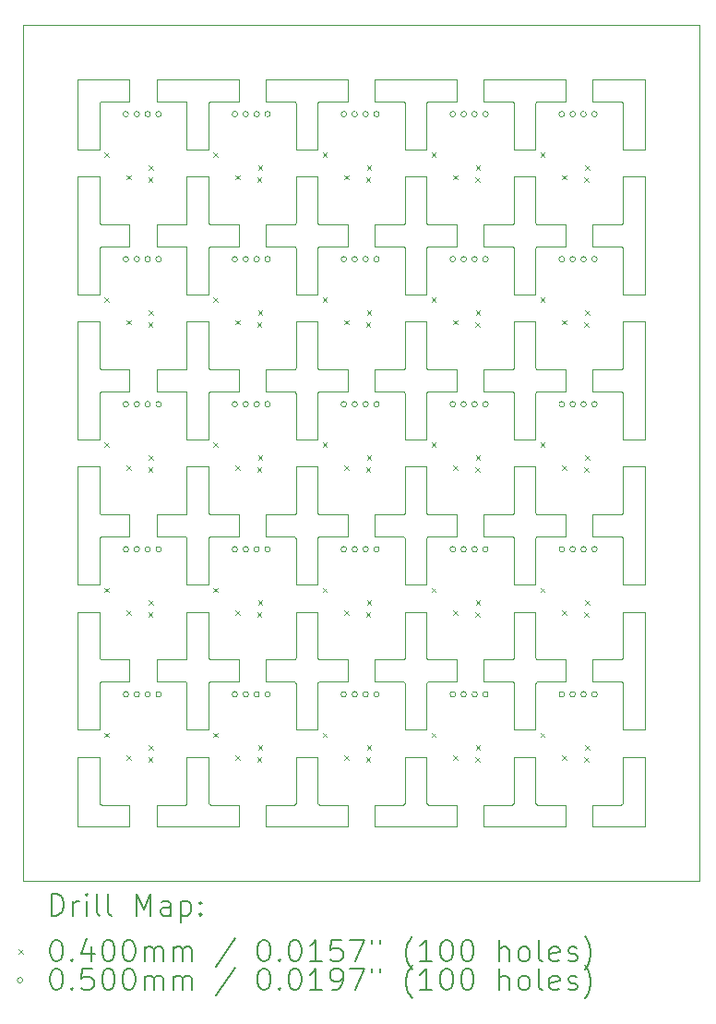
<source format=gbr>
%TF.GenerationSoftware,KiCad,Pcbnew,7.0.5-1.fc38*%
%TF.CreationDate,2023-07-07T14:29:29-04:00*%
%TF.ProjectId,bno085-i2c-board-v3-square-panel,626e6f30-3835-42d6-9932-632d626f6172,rev?*%
%TF.SameCoordinates,Original*%
%TF.FileFunction,Drillmap*%
%TF.FilePolarity,Positive*%
%FSLAX45Y45*%
G04 Gerber Fmt 4.5, Leading zero omitted, Abs format (unit mm)*
G04 Created by KiCad (PCBNEW 7.0.5-1.fc38) date 2023-07-07 14:29:29*
%MOMM*%
%LPD*%
G01*
G04 APERTURE LIST*
%ADD10C,0.100000*%
%ADD11C,0.200000*%
%ADD12C,0.040000*%
%ADD13C,0.050000*%
G04 APERTURE END LIST*
D10*
X13450000Y-5380000D02*
X13450000Y-5800000D01*
X15232023Y-3829897D02*
X15232023Y-3829897D01*
X12450000Y-6050000D02*
X12450000Y-6050000D01*
X13450103Y-2717977D02*
X13450000Y-2720000D01*
X17248379Y-5147887D02*
X17249083Y-5145987D01*
X13236946Y-5361245D02*
X13235013Y-5360638D01*
X13241425Y-7816415D02*
X13243027Y-7815175D01*
X16241425Y-9146415D02*
X16243027Y-9145175D01*
X14249769Y-2716971D02*
X14249083Y-2714013D01*
X15450917Y-5145987D02*
X15452044Y-5148808D01*
X15249769Y-2716971D02*
X15249083Y-2714013D01*
X15243027Y-9145175D02*
X15244496Y-9143779D01*
X15239706Y-9147487D02*
X15241425Y-9146415D01*
X16975000Y-5360000D02*
X16975000Y-5260000D01*
X17247487Y-6479706D02*
X17248379Y-6477887D01*
X14450000Y-6050000D02*
X14450000Y-6470000D01*
X13243027Y-9145175D02*
X13244496Y-9143779D01*
X15454825Y-6483027D02*
X15456972Y-6485175D01*
X14450000Y-8710000D02*
X14450000Y-9130000D01*
X17247956Y-8031192D02*
X17246415Y-8028575D01*
X15235987Y-9149083D02*
X15237887Y-9148379D01*
X14249361Y-7805013D02*
X14249769Y-7803028D01*
X13453585Y-5368575D02*
X13452044Y-5371192D01*
X16456221Y-6484496D02*
X16458575Y-6486415D01*
X17237887Y-9148379D02*
X17239706Y-9147487D01*
X15243027Y-5155175D02*
X15244496Y-5153779D01*
X16230000Y-5160000D02*
X16232023Y-5159897D01*
X17250000Y-3810000D02*
X17250000Y-3390000D01*
X15470000Y-5160000D02*
X15725000Y-5160000D01*
X13241425Y-4033585D02*
X13238808Y-4032044D01*
X12454825Y-7813027D02*
X12456221Y-7814496D01*
X16244496Y-4036221D02*
X16243027Y-4034825D01*
X15725000Y-3930000D02*
X15725000Y-4030000D01*
X16464013Y-6690917D02*
X16461192Y-6692044D01*
X14250000Y-6050000D02*
X14350000Y-6050000D01*
X14450409Y-2715974D02*
X14450103Y-2717977D01*
X12464013Y-8020917D02*
X12461192Y-8022044D01*
X12467977Y-5159897D02*
X12470000Y-5160000D01*
X16452044Y-7808808D02*
X16453585Y-7811425D01*
X13232023Y-4030103D02*
X13230000Y-4030000D01*
X12452513Y-4040294D02*
X12451245Y-4043054D01*
X14250000Y-5800000D02*
X14250000Y-5380000D01*
X14249590Y-3814026D02*
X14249897Y-3812023D01*
X15725000Y-5360000D02*
X15470000Y-5360000D01*
X16249590Y-5144026D02*
X16249897Y-5142023D01*
X16230000Y-9150000D02*
X16232023Y-9149897D01*
X13725000Y-5160000D02*
X13725000Y-5260000D01*
X14470000Y-9150000D02*
X14725000Y-9150000D01*
X14237887Y-9148379D02*
X14239706Y-9147487D01*
X14470000Y-5360000D02*
X14470000Y-5360000D01*
X15464013Y-8020917D02*
X15461192Y-8022044D01*
X13460294Y-6487487D02*
X13463054Y-6488755D01*
X14237887Y-6691621D02*
X14235013Y-6690638D01*
X16470000Y-4030000D02*
X16466971Y-4030231D01*
X12470000Y-3830000D02*
X12725000Y-3830000D01*
X12975000Y-9150000D02*
X13230000Y-9150000D01*
X13470000Y-2700000D02*
X13466971Y-2700231D01*
X13454825Y-2706973D02*
X13453027Y-2709421D01*
X12450638Y-6704987D02*
X12450231Y-6706971D01*
X17250000Y-3390000D02*
X17450000Y-3390000D01*
X16455504Y-6696221D02*
X16454184Y-6697758D01*
X14350000Y-3140000D02*
X14250000Y-3140000D01*
X16350000Y-4720000D02*
X16450000Y-4720000D01*
X14463054Y-5158755D02*
X14464987Y-5159362D01*
X12450000Y-4470000D02*
X12250000Y-4470000D01*
X12455504Y-5366221D02*
X12454184Y-5367758D01*
X14243779Y-8025504D02*
X14242242Y-8024184D01*
X14230000Y-3830000D02*
X14232023Y-3829897D01*
X15462113Y-7818379D02*
X15464987Y-7819361D01*
X15460294Y-7817487D02*
X15462113Y-7818379D01*
X14248755Y-3816946D02*
X14249590Y-3814026D01*
X15451245Y-2713054D02*
X15450638Y-2714987D01*
X14453585Y-5368575D02*
X14452044Y-5371192D01*
X15234026Y-3829590D02*
X15235987Y-3829083D01*
X13230000Y-6490000D02*
X13232023Y-6489897D01*
X16458575Y-6693585D02*
X16456972Y-6694825D01*
X14464987Y-9149362D02*
X14466971Y-9149769D01*
X14243779Y-6695504D02*
X14242242Y-6694184D01*
X14456221Y-4035504D02*
X14454825Y-4036972D01*
X14450231Y-6473028D02*
X14450917Y-6475987D01*
X14452044Y-5148808D02*
X14453585Y-5151425D01*
X16238808Y-2702044D02*
X16236946Y-2701245D01*
X16452513Y-4040294D02*
X16451621Y-4042113D01*
X16237887Y-6488379D02*
X16239706Y-6487487D01*
X13249769Y-6706971D02*
X13249083Y-6704013D01*
X15350000Y-8460000D02*
X15250000Y-8460000D01*
X14244496Y-2706221D02*
X14243027Y-2704825D01*
X13725000Y-9150000D02*
X13725000Y-9350000D01*
X14454825Y-2706973D02*
X14453585Y-2708575D01*
X16230000Y-2700000D02*
X15975000Y-2700000D01*
X13250000Y-4050000D02*
X13249769Y-4046971D01*
X15456972Y-8024825D02*
X15455504Y-8026221D01*
X15452044Y-6478808D02*
X15453585Y-6481425D01*
X15350000Y-4470000D02*
X15250000Y-4470000D01*
X13464987Y-3829361D02*
X13467977Y-3829897D01*
X17243779Y-6484496D02*
X17245175Y-6483027D01*
X16452513Y-6700294D02*
X16451621Y-6702113D01*
X12725000Y-7820000D02*
X12725000Y-7920000D01*
X13452044Y-6701192D02*
X13451245Y-6703054D01*
X15237887Y-6691621D02*
X15235013Y-6690638D01*
X15239706Y-5157487D02*
X15241425Y-5156415D01*
X17230000Y-7820000D02*
X17232023Y-7819897D01*
X15464013Y-4030917D02*
X15461192Y-4032044D01*
X16245175Y-5153027D02*
X16246415Y-5151425D01*
X15975000Y-6490000D02*
X16230000Y-6490000D01*
X13232023Y-6489897D02*
X13234026Y-6489590D01*
X15725000Y-6590000D02*
X15725000Y-6690000D01*
X14454825Y-7813027D02*
X14456221Y-7814496D01*
X13232023Y-5360103D02*
X13230000Y-5360000D01*
X15458575Y-8023585D02*
X15456972Y-8024825D01*
X16463054Y-3828755D02*
X16464987Y-3829361D01*
X15456221Y-9144496D02*
X15457758Y-9145816D01*
X12450000Y-3810000D02*
X12450231Y-3813028D01*
X16249083Y-4044013D02*
X16247956Y-4041192D01*
X13239706Y-6487487D02*
X13241425Y-6486415D01*
X16975000Y-6690000D02*
X16975000Y-6590000D01*
X15246415Y-8028575D02*
X15245175Y-8026972D01*
X13235987Y-9149083D02*
X13237887Y-9148379D01*
X17246415Y-6481425D02*
X17247487Y-6479706D01*
X12450231Y-5143029D02*
X12450917Y-5145987D01*
X15239706Y-3827487D02*
X15241425Y-3826415D01*
X15454825Y-9143027D02*
X15456221Y-9144496D01*
X16470000Y-2700000D02*
X16466971Y-2700231D01*
X16464013Y-8020917D02*
X16461192Y-8022044D01*
X17249897Y-5142023D02*
X17250000Y-5140000D01*
X16244496Y-7813779D02*
X16246415Y-7811425D01*
X12467977Y-3829897D02*
X12470000Y-3830000D01*
X13233028Y-6690231D02*
X13230000Y-6690000D01*
X14233028Y-8020231D02*
X14230000Y-8020000D01*
X13450000Y-7800000D02*
X13450231Y-7803028D01*
X13470000Y-3830000D02*
X13725000Y-3830000D01*
X13466971Y-7819769D02*
X13470000Y-7820000D01*
X14250000Y-4470000D02*
X14250000Y-4050000D01*
X16450000Y-6470000D02*
X16450231Y-6473028D01*
X13466971Y-8020231D02*
X13464013Y-8020917D01*
X16233028Y-8020231D02*
X16230000Y-8020000D01*
X12464013Y-2700917D02*
X12464013Y-2700917D01*
X14249083Y-4044013D02*
X14247956Y-4041192D01*
X16243779Y-5365504D02*
X16241425Y-5363585D01*
X15466971Y-6690231D02*
X15464013Y-6690917D01*
X16243779Y-5154496D02*
X16245175Y-5153027D01*
X13244496Y-4036221D02*
X13243027Y-4034825D01*
X16470000Y-5360000D02*
X16466971Y-5360231D01*
X13450917Y-5145987D02*
X13452044Y-5148808D01*
X16450000Y-3810000D02*
X16450231Y-3813028D01*
X15464987Y-6489361D02*
X15467977Y-6489897D01*
X14234026Y-9149591D02*
X14235987Y-9149083D01*
X15464987Y-9149362D02*
X15466971Y-9149769D01*
X14450917Y-5145987D02*
X14452044Y-5148808D01*
X12250000Y-6050000D02*
X12450000Y-6050000D01*
X15250000Y-8460000D02*
X15250000Y-8040000D01*
X14245815Y-9142242D02*
X14246973Y-9140579D01*
X16453585Y-3821425D02*
X16455504Y-3823779D01*
X15453585Y-5151425D02*
X15454825Y-5153027D01*
X14454825Y-6696972D02*
X14453585Y-6698575D01*
X15249769Y-6706971D02*
X15249769Y-6706971D01*
X13450000Y-3810000D02*
X13450231Y-3813028D01*
X13239706Y-5362513D02*
X13236946Y-5361245D01*
X13249083Y-4044013D02*
X13247956Y-4041192D01*
X13249083Y-5374013D02*
X13247956Y-5371192D01*
X13250000Y-3810000D02*
X13250000Y-3390000D01*
X14232023Y-6489897D02*
X14232023Y-6489897D01*
X15725000Y-2700000D02*
X15725000Y-2700000D01*
X16233028Y-6690231D02*
X16230000Y-6690000D01*
X15450103Y-8037977D02*
X15450000Y-8040000D01*
X16246415Y-6698575D02*
X16245175Y-6696972D01*
X15458575Y-6693585D02*
X15456972Y-6694825D01*
X13467977Y-3829897D02*
X13470000Y-3830000D01*
X13245815Y-7812242D02*
X13246973Y-7810579D01*
X14450917Y-6704013D02*
X14450409Y-6705974D01*
X16247956Y-8031192D02*
X16246415Y-8028575D01*
X15460294Y-6487487D02*
X15462113Y-6488379D01*
X15350000Y-4720000D02*
X15450000Y-4720000D01*
X14975000Y-3830000D02*
X15230000Y-3830000D01*
X12452513Y-8030294D02*
X12451245Y-8033054D01*
X15230000Y-6690000D02*
X14975000Y-6690000D01*
X12453585Y-7811425D02*
X12454825Y-7813027D01*
X14244496Y-9143779D02*
X14245815Y-9142242D01*
X13470000Y-5160000D02*
X13725000Y-5160000D01*
X14456972Y-6485175D02*
X14458575Y-6486415D01*
X15237887Y-5361621D02*
X15235013Y-5360638D01*
X13451245Y-2713054D02*
X13450638Y-2714987D01*
X14450000Y-8460000D02*
X14350000Y-8460000D01*
X15461192Y-4032044D02*
X15458575Y-4033585D01*
X15725000Y-6690000D02*
X15470000Y-6690000D01*
X14725000Y-9350000D02*
X13975000Y-9350000D01*
X12975000Y-4030000D02*
X12975000Y-3930000D01*
X16975000Y-8020000D02*
X16975000Y-7920000D01*
X13246415Y-6698575D02*
X13245175Y-6696972D01*
X17235987Y-3829083D02*
X17237887Y-3828379D01*
X12455504Y-8026221D02*
X12453585Y-8028575D01*
X13246415Y-8028575D02*
X13245175Y-8026972D01*
X12463054Y-6488755D02*
X12464987Y-6489361D01*
X14241425Y-2703585D02*
X14238808Y-2702044D01*
X15246415Y-9141425D02*
X15247487Y-9139706D01*
X16232023Y-9149897D02*
X16234026Y-9149591D01*
X16249083Y-8034013D02*
X16247956Y-8031192D01*
X16455504Y-8026221D02*
X16454184Y-8027758D01*
X15466971Y-5360231D02*
X15464013Y-5360917D01*
X13450000Y-7380000D02*
X13450000Y-7800000D01*
X14247956Y-5371192D02*
X14246415Y-5368575D01*
X17235987Y-6489083D02*
X17237887Y-6488379D01*
X16250000Y-7380000D02*
X16350000Y-7380000D01*
X14250000Y-5140000D02*
X14250000Y-4720000D01*
X13470000Y-6490000D02*
X13725000Y-6490000D01*
X12725000Y-9350000D02*
X12250000Y-9350000D01*
X12451621Y-5372113D02*
X12450638Y-5374987D01*
X17243779Y-5365504D02*
X17241425Y-5363585D01*
X14243027Y-9145175D02*
X14244496Y-9143779D01*
X14249769Y-6706971D02*
X14249083Y-6704013D01*
X13725000Y-6690000D02*
X13470000Y-6690000D01*
X13246415Y-5151425D02*
X13247487Y-5149706D01*
X17249083Y-6475987D02*
X17249591Y-6474026D01*
X15235013Y-4030638D02*
X15233028Y-4030231D01*
X12464013Y-2700917D02*
X12461192Y-2702044D01*
X14237887Y-3828379D02*
X14239706Y-3827487D01*
X13243779Y-6695504D02*
X13242242Y-6694184D01*
X15461192Y-8022044D02*
X15458575Y-8023585D01*
X16452513Y-5370294D02*
X16451621Y-5372113D01*
X14232023Y-5360103D02*
X14230000Y-5360000D01*
X14450917Y-6475987D02*
X14452044Y-6478808D01*
X14975000Y-8020000D02*
X14975000Y-7920000D01*
X12467977Y-6489897D02*
X12470000Y-6490000D01*
X16450917Y-6475987D02*
X16452044Y-6478808D01*
X15250000Y-3390000D02*
X15350000Y-3390000D01*
X17243779Y-3824496D02*
X17245175Y-3823027D01*
X16249590Y-9134026D02*
X16249897Y-9132023D01*
X15238808Y-2702044D02*
X15236946Y-2701245D01*
X14350000Y-6050000D02*
X14450000Y-6050000D01*
X15249590Y-9134026D02*
X15249897Y-9132023D01*
X16456221Y-9144496D02*
X16457758Y-9145816D01*
X12456221Y-9144496D02*
X12457758Y-9145816D01*
X14250000Y-4050000D02*
X14249769Y-4046971D01*
X16461192Y-6692044D02*
X16458575Y-6693585D01*
X14450409Y-6705974D02*
X14450103Y-6707977D01*
X15237887Y-7818379D02*
X15239706Y-7817487D01*
X13250000Y-4470000D02*
X13250000Y-4050000D01*
X14725000Y-7820000D02*
X14725000Y-7920000D01*
X15247956Y-6701192D02*
X15246415Y-6698575D01*
X13350000Y-8710000D02*
X13450000Y-8710000D01*
X12456972Y-6694825D02*
X12455504Y-6696221D01*
X15249083Y-6704013D02*
X15247956Y-6701192D01*
X15249083Y-8034013D02*
X15247956Y-8031192D01*
X13458575Y-6693585D02*
X13456221Y-6695504D01*
X15241425Y-7816415D02*
X15243027Y-7815175D01*
X12452044Y-3818808D02*
X12453585Y-3821425D01*
X15230000Y-5160000D02*
X15232023Y-5159897D01*
X14461192Y-3827956D02*
X14463054Y-3828755D01*
X14236946Y-6488755D02*
X14238808Y-6487956D01*
X15975000Y-5160000D02*
X16230000Y-5160000D01*
X13248755Y-3816946D02*
X13249361Y-3815013D01*
X13236946Y-2701245D02*
X13235013Y-2700638D01*
X13725000Y-8020000D02*
X13470000Y-8020000D01*
X13247487Y-6479706D02*
X13248379Y-6477887D01*
X16450638Y-5374987D02*
X16450231Y-5376971D01*
X14350000Y-4470000D02*
X14250000Y-4470000D01*
X15452513Y-8030294D02*
X15451245Y-8033054D01*
X14241425Y-9146415D02*
X14243027Y-9145175D01*
X13450103Y-4047977D02*
X13450000Y-4050000D01*
X17247487Y-3819706D02*
X17248379Y-3817887D01*
X14450000Y-3810000D02*
X14450231Y-3813028D01*
X12470000Y-7820000D02*
X12725000Y-7820000D01*
X13453585Y-7811425D02*
X13454825Y-7813027D01*
X14464013Y-5360917D02*
X14461192Y-5362044D01*
X16249083Y-3815987D02*
X16249590Y-3814026D01*
X15241425Y-4033585D02*
X15238808Y-4032044D01*
X13451245Y-4043054D02*
X13450638Y-4044987D01*
X12466971Y-5360231D02*
X12464013Y-5360917D01*
X16250000Y-8040000D02*
X16249769Y-8036971D01*
X13975000Y-5160000D02*
X14230000Y-5160000D01*
X13249590Y-5144026D02*
X13249897Y-5142023D01*
X15461192Y-3827956D02*
X15463054Y-3828755D01*
X17250000Y-8460000D02*
X17250000Y-8040000D01*
X12458575Y-5156415D02*
X12460294Y-5157487D01*
X13470000Y-4030000D02*
X13466971Y-4030231D01*
X12450000Y-5380000D02*
X12450000Y-5800000D01*
X14235013Y-6690638D02*
X14233028Y-6690231D01*
X13450917Y-7805987D02*
X13452044Y-7808808D01*
X15466971Y-2700231D02*
X15464013Y-2700917D01*
X17241425Y-6486415D02*
X17243779Y-6484496D01*
X16234026Y-3829590D02*
X16235987Y-3829083D01*
X16464987Y-7819361D02*
X16466971Y-7819769D01*
X16725000Y-9150000D02*
X16725000Y-9350000D01*
X15233028Y-6690231D02*
X15230000Y-6690000D01*
X12250000Y-3390000D02*
X12450000Y-3390000D01*
X13725000Y-7920000D02*
X13725000Y-8020000D01*
X16467977Y-5159897D02*
X16470000Y-5160000D01*
X15232023Y-6489897D02*
X15234026Y-6489590D01*
X16235987Y-3829083D02*
X16237887Y-3828379D01*
X16450917Y-3815987D02*
X16452044Y-3818808D01*
X17248379Y-6477887D02*
X17249083Y-6475987D01*
X13451245Y-8033054D02*
X13450638Y-8034987D01*
X16457758Y-7815815D02*
X16460294Y-7817487D01*
X17243027Y-4034825D02*
X17241425Y-4033585D01*
X12452044Y-9138808D02*
X12453585Y-9141425D01*
X12975000Y-6490000D02*
X13230000Y-6490000D01*
X12725000Y-2500000D02*
X12725000Y-2700000D01*
X14464013Y-8020917D02*
X14461192Y-8022044D01*
X14350000Y-3390000D02*
X14450000Y-3390000D01*
X13975000Y-3830000D02*
X14230000Y-3830000D01*
X14461192Y-2702044D02*
X14458575Y-2703585D01*
X12456972Y-5155175D02*
X12458575Y-5156415D01*
X14454825Y-9143027D02*
X14456221Y-9144496D01*
X15235987Y-3829083D02*
X15237887Y-3828379D01*
X12450638Y-8034987D02*
X12450231Y-8036971D01*
X14450000Y-7800000D02*
X14450231Y-7803028D01*
X12450000Y-7380000D02*
X12450000Y-7380000D01*
X14450000Y-5800000D02*
X14350000Y-5800000D01*
X15975000Y-3930000D02*
X15975000Y-3830000D01*
X16450231Y-5143029D02*
X16450917Y-5145987D01*
X15245175Y-6696972D02*
X15243779Y-6695504D01*
X13233028Y-8020231D02*
X13230000Y-8020000D01*
X13245175Y-5366973D02*
X13243027Y-5364825D01*
X14249769Y-8036971D02*
X14249083Y-8034013D01*
X14249083Y-8034013D02*
X14247956Y-8031192D01*
X13243779Y-5154496D02*
X13245175Y-5153027D01*
X16230000Y-4030000D02*
X15975000Y-4030000D01*
X17234026Y-6489590D02*
X17235987Y-6489083D01*
X14455504Y-6483779D02*
X14456972Y-6485175D01*
X14454825Y-4036972D02*
X14453585Y-4038575D01*
X14249083Y-5145987D02*
X14249590Y-5144026D01*
X14245815Y-3822242D02*
X14246973Y-3820579D01*
X13458575Y-5156415D02*
X13460294Y-5157487D01*
X14453585Y-6481425D02*
X14455504Y-6483779D01*
X17233029Y-4030231D02*
X17230000Y-4030000D01*
X12458575Y-6486415D02*
X12460294Y-6487487D01*
X13470000Y-8020000D02*
X13466971Y-8020231D01*
X14239706Y-3827487D02*
X14241425Y-3826415D01*
X15450000Y-7130000D02*
X15350000Y-7130000D01*
X16450000Y-8040000D02*
X16450000Y-8460000D01*
X13450917Y-6475987D02*
X13452044Y-6478808D01*
X12464987Y-7819361D02*
X12466971Y-7819769D01*
X13249083Y-6704013D02*
X13247956Y-6701192D01*
X12450231Y-5376971D02*
X12450000Y-5380000D01*
X16454184Y-2707758D02*
X16452513Y-2710294D01*
X15237887Y-9148379D02*
X15239706Y-9147487D01*
X15243027Y-4034825D02*
X15241425Y-4033585D01*
X16234026Y-5159591D02*
X16235987Y-5159083D01*
X17237887Y-7818379D02*
X17239706Y-7817487D01*
X15452513Y-2710294D02*
X15451245Y-2713054D01*
X12452044Y-7808808D02*
X12453585Y-7811425D01*
X17249769Y-5376971D02*
X17249083Y-5374013D01*
X13239706Y-3827487D02*
X13241425Y-3826415D01*
X12466971Y-2700231D02*
X12464013Y-2700917D01*
X13234026Y-6489590D02*
X13235987Y-6489083D01*
X15452044Y-5148808D02*
X15453585Y-5151425D01*
X13230000Y-6690000D02*
X12975000Y-6690000D01*
X16460294Y-7817487D02*
X16462113Y-7818379D01*
X15457758Y-9145816D02*
X15460294Y-9147487D01*
X16350000Y-6050000D02*
X16450000Y-6050000D01*
X17950000Y-9850000D02*
X17950000Y-2000000D01*
X14250000Y-8460000D02*
X14250000Y-8040000D01*
X17245175Y-8026972D02*
X17243779Y-8025504D01*
X16470000Y-7820000D02*
X16725000Y-7820000D01*
X14450231Y-3813028D02*
X14450917Y-3815987D01*
X15232023Y-3829897D02*
X15234026Y-3829590D01*
X15453585Y-6481425D02*
X15454825Y-6483027D01*
X13461192Y-2702044D02*
X13458575Y-2703585D01*
X16975000Y-2500000D02*
X17450000Y-2500000D01*
X13453027Y-4039421D02*
X13452044Y-4041192D01*
X16236946Y-2701245D02*
X16235013Y-2700638D01*
X13242242Y-8024184D02*
X13239706Y-8022513D01*
X16725000Y-7820000D02*
X16725000Y-7920000D01*
X15237887Y-5158379D02*
X15239706Y-5157487D01*
X16235987Y-9149083D02*
X16237887Y-9148379D01*
X13249083Y-5145987D02*
X13249590Y-5144026D01*
X13975000Y-4030000D02*
X13975000Y-3930000D01*
X16450000Y-2720000D02*
X16450000Y-3140000D01*
X16235987Y-5159083D02*
X16237887Y-5158379D01*
X13453585Y-5151425D02*
X13454825Y-5153027D01*
X15235987Y-5159083D02*
X15237887Y-5158379D01*
X15246415Y-2708575D02*
X15245175Y-2706973D01*
X13975000Y-6690000D02*
X13975000Y-6590000D01*
X16452044Y-5148808D02*
X16453585Y-5151425D01*
X15453585Y-8028575D02*
X15452513Y-8030294D01*
X15250000Y-8040000D02*
X15249769Y-8036971D01*
X15230000Y-9150000D02*
X15232023Y-9149897D01*
X16725000Y-6490000D02*
X16725000Y-6590000D01*
X16450000Y-4050000D02*
X16450000Y-4470000D01*
X15243027Y-6485175D02*
X15244496Y-6483779D01*
X17232023Y-5159897D02*
X17234026Y-5159591D01*
X15456972Y-6485175D02*
X15458575Y-6486415D01*
X14725000Y-5260000D02*
X14725000Y-5360000D01*
X13249769Y-8036971D02*
X13249083Y-8034013D01*
X13247487Y-5149706D02*
X13248379Y-5147887D01*
X14250000Y-9130000D02*
X14250000Y-8710000D01*
X13450000Y-2720000D02*
X13450000Y-3140000D01*
X16350000Y-7380000D02*
X16450000Y-7380000D01*
X14460294Y-5157487D02*
X14463054Y-5158755D01*
X15453585Y-7811425D02*
X15454825Y-7813027D01*
X13466971Y-4030231D02*
X13464013Y-4030917D01*
X14725000Y-6490000D02*
X14725000Y-6590000D01*
X12725000Y-3930000D02*
X12725000Y-4030000D01*
X15249897Y-5142023D02*
X15250000Y-5140000D01*
X16235013Y-4030638D02*
X16233028Y-4030231D01*
X14470000Y-3830000D02*
X14725000Y-3830000D01*
X16451621Y-2712113D02*
X16450638Y-2714987D01*
X16230000Y-5360000D02*
X15975000Y-5360000D01*
X15725000Y-3830000D02*
X15725000Y-3930000D01*
X13450000Y-8710000D02*
X13450000Y-9130000D01*
X12458575Y-5363585D02*
X12456972Y-5364825D01*
X16247487Y-5149706D02*
X16248379Y-5147887D01*
X13450000Y-8040000D02*
X13450000Y-8460000D01*
X14450000Y-9130000D02*
X14450231Y-9133029D01*
X14232023Y-3829897D02*
X14234026Y-3829590D01*
X13450000Y-5800000D02*
X13350000Y-5800000D01*
X15464987Y-3829361D02*
X15466971Y-3829769D01*
X17232023Y-7819897D02*
X17234026Y-7819590D01*
X14243027Y-2704825D02*
X14241425Y-2703585D01*
X15450000Y-7800000D02*
X15450231Y-7803028D01*
X12975000Y-3930000D02*
X12975000Y-3830000D01*
X13457758Y-9145816D02*
X13460294Y-9147487D01*
X13456972Y-5364825D02*
X13454825Y-5366973D01*
X16241425Y-6486415D02*
X16243779Y-6484496D01*
X16240579Y-3826973D02*
X16242242Y-3825815D01*
X16975000Y-2700000D02*
X16975000Y-2500000D01*
X17246415Y-7811425D02*
X17247487Y-7809706D01*
X13249590Y-9134026D02*
X13249897Y-9132023D01*
X15450000Y-4720000D02*
X15450000Y-5140000D01*
X17239706Y-5362513D02*
X17236946Y-5361245D01*
X15470000Y-6490000D02*
X15725000Y-6490000D01*
X17246415Y-5151425D02*
X17247487Y-5149706D01*
X14246415Y-5151425D02*
X14247487Y-5149706D01*
X14242242Y-8024184D02*
X14239706Y-8022513D01*
X13453585Y-6698575D02*
X13452044Y-6701192D01*
X12470000Y-6690000D02*
X12466971Y-6690231D01*
X13249897Y-6472023D02*
X13250000Y-6470000D01*
X15725000Y-2700000D02*
X15470000Y-2700000D01*
X14233028Y-6690231D02*
X14230000Y-6690000D01*
X13244496Y-3823779D02*
X13245815Y-3822242D01*
X13237887Y-5158379D02*
X13239706Y-5157487D01*
X17230000Y-6690000D02*
X16975000Y-6690000D01*
X14247956Y-2711192D02*
X14246415Y-2708575D01*
X15244496Y-3823779D02*
X15245815Y-3822242D01*
X16239706Y-8022513D02*
X16237887Y-8021621D01*
X12460294Y-9147487D02*
X12462113Y-9148379D01*
X17250000Y-5380000D02*
X17249769Y-5376971D01*
X14458575Y-4033585D02*
X14456221Y-4035504D01*
X16450638Y-6704987D02*
X16450231Y-6706971D01*
X14239706Y-7817487D02*
X14241425Y-7816415D01*
X14450000Y-3390000D02*
X14450000Y-3810000D01*
X16457758Y-9145816D02*
X16460294Y-9147487D01*
X15451245Y-6703054D02*
X15450638Y-6704987D01*
X15249769Y-4046971D02*
X15249083Y-4044013D01*
X16350000Y-3390000D02*
X16450000Y-3390000D01*
X15350000Y-7380000D02*
X15450000Y-7380000D01*
X17230000Y-8020000D02*
X16975000Y-8020000D01*
X17244496Y-7813779D02*
X17246415Y-7811425D01*
X15455504Y-6696221D02*
X15453585Y-6698575D01*
X15230000Y-8020000D02*
X14975000Y-8020000D01*
X16470000Y-8020000D02*
X16466971Y-8020231D01*
X17243027Y-2704825D02*
X17241425Y-2703585D01*
X15975000Y-7820000D02*
X16230000Y-7820000D01*
X13461192Y-5362044D02*
X13458575Y-5363585D01*
X14247956Y-6701192D02*
X14246415Y-6698575D01*
X14450000Y-5140000D02*
X14450231Y-5143029D01*
X15456972Y-6694825D02*
X15455504Y-6696221D01*
X15244496Y-7813779D02*
X15246415Y-7811425D01*
X16249769Y-2716971D02*
X16249083Y-2714013D01*
X14451245Y-4043054D02*
X14450409Y-4045974D01*
X15454825Y-4036972D02*
X15453585Y-4038575D01*
X13245175Y-6483027D02*
X13246415Y-6481425D01*
X12975000Y-6590000D02*
X12975000Y-6490000D01*
X14236946Y-5361245D02*
X14235013Y-5360638D01*
X12450000Y-3390000D02*
X12450000Y-3810000D01*
X13451245Y-6703054D02*
X13450638Y-6704987D01*
X15725000Y-7920000D02*
X15725000Y-8020000D01*
X14232023Y-9149897D02*
X14234026Y-9149591D01*
X14725000Y-9150000D02*
X14725000Y-9350000D01*
X13230000Y-9150000D02*
X13232023Y-9149897D01*
X15241425Y-9146415D02*
X15243027Y-9145175D01*
X14456972Y-5364825D02*
X14454825Y-5366973D01*
X14454825Y-5366973D02*
X14453585Y-5368575D01*
X14456221Y-7814496D02*
X14457758Y-7815815D01*
X15249769Y-8036971D02*
X15249769Y-8036971D01*
X14462113Y-9148379D02*
X14464987Y-9149362D01*
X14975000Y-5360000D02*
X14975000Y-5260000D01*
X13239706Y-5157487D02*
X13241425Y-5156415D01*
X14241425Y-5363585D02*
X14239706Y-5362513D01*
X16458575Y-5156415D02*
X16460294Y-5157487D01*
X13232023Y-9149897D02*
X13234026Y-9149591D01*
X13230000Y-2700000D02*
X12975000Y-2700000D01*
X13452044Y-8031192D02*
X13451245Y-8033054D01*
X13237887Y-8021621D02*
X13235013Y-8020638D01*
X13243779Y-6484496D02*
X13245175Y-6483027D01*
X17450000Y-9350000D02*
X16975000Y-9350000D01*
X16249769Y-5376971D02*
X16249083Y-5374013D01*
X16975000Y-5260000D02*
X16975000Y-5160000D01*
X13450231Y-5376971D02*
X13450000Y-5380000D01*
X17450000Y-3390000D02*
X17450000Y-4470000D01*
X12453585Y-8028575D02*
X12452513Y-8030294D01*
X17230000Y-2700000D02*
X16975000Y-2700000D01*
X16241425Y-5363585D02*
X16239706Y-5362513D01*
X15250000Y-4470000D02*
X15250000Y-4050000D01*
X15249590Y-6474026D02*
X15249897Y-6472023D01*
X15235013Y-8020638D02*
X15233028Y-8020231D01*
X13725000Y-6490000D02*
X13725000Y-6590000D01*
X13725000Y-2700000D02*
X13470000Y-2700000D01*
X13460294Y-7817487D02*
X13462113Y-7818379D01*
X13975000Y-7820000D02*
X14230000Y-7820000D01*
X15250000Y-4720000D02*
X15350000Y-4720000D01*
X16236946Y-4031245D02*
X16235013Y-4030638D01*
X14244496Y-7813779D02*
X14245815Y-7812242D01*
X17249769Y-4046971D02*
X17249083Y-4044013D01*
X17237887Y-8021621D02*
X17235013Y-8020638D01*
X13250000Y-8040000D02*
X13249769Y-8036971D01*
X13230000Y-8020000D02*
X12975000Y-8020000D01*
X13235987Y-7819083D02*
X13237887Y-7818379D01*
X16454184Y-8027758D02*
X16452513Y-8030294D01*
X12458575Y-4033585D02*
X12456972Y-4034825D01*
X16250000Y-6050000D02*
X16350000Y-6050000D01*
X16230000Y-7820000D02*
X16230000Y-7820000D01*
X15975000Y-2500000D02*
X16725000Y-2500000D01*
X13450000Y-6050000D02*
X13450000Y-6470000D01*
X14249897Y-3812023D02*
X14250000Y-3810000D01*
X16460294Y-5157487D02*
X16463054Y-5158755D01*
X13466971Y-9149769D02*
X13470000Y-9150000D01*
X12456221Y-7814496D02*
X12457758Y-7815815D01*
X14451245Y-2713054D02*
X14450409Y-2715974D01*
X13249083Y-8034013D02*
X13247956Y-8031192D01*
X12458575Y-6693585D02*
X12456972Y-6694825D01*
X16453585Y-6481425D02*
X16454825Y-6483027D01*
X17234026Y-7819590D02*
X17235987Y-7819083D01*
X16232023Y-5360103D02*
X16230000Y-5360000D01*
X13975000Y-8020000D02*
X13975000Y-7920000D01*
X14975000Y-5160000D02*
X15230000Y-5160000D01*
X14237887Y-7818379D02*
X14239706Y-7817487D01*
X13454825Y-8026972D02*
X13453585Y-8028575D01*
X15230000Y-5360000D02*
X14975000Y-5360000D01*
X12462113Y-7818379D02*
X12464987Y-7819361D01*
X14250000Y-4470000D02*
X14250000Y-4470000D01*
X16462113Y-7818379D02*
X16464987Y-7819361D01*
X15458575Y-5363585D02*
X15456972Y-5364825D01*
X12975000Y-3830000D02*
X13230000Y-3830000D01*
X14250000Y-2720000D02*
X14249769Y-2716971D01*
X15249590Y-7804026D02*
X15249897Y-7802023D01*
X14236946Y-5158755D02*
X14238808Y-5157956D01*
X12455504Y-2706221D02*
X12454184Y-2707758D01*
X13457758Y-7815815D02*
X13460294Y-7817487D01*
X13450000Y-4470000D02*
X13350000Y-4470000D01*
X15246973Y-3820579D02*
X15247956Y-3818808D01*
X12460294Y-5157487D02*
X12463054Y-5158755D01*
X13461192Y-3827956D02*
X13463054Y-3828755D01*
X12725000Y-6490000D02*
X12725000Y-6590000D01*
X13462113Y-7818379D02*
X13464987Y-7819361D01*
X13247956Y-3818808D02*
X13248755Y-3816946D01*
X16350000Y-5800000D02*
X16250000Y-5800000D01*
X16246415Y-7811425D02*
X16247487Y-7809706D01*
X16249083Y-4044013D02*
X16249083Y-4044013D01*
X12250000Y-4470000D02*
X12250000Y-3390000D01*
X14232023Y-2700103D02*
X14230000Y-2700000D01*
X14250000Y-7130000D02*
X14250000Y-6710000D01*
X13235013Y-2700638D02*
X13232023Y-2700103D01*
X14466971Y-7819769D02*
X14470000Y-7820000D01*
X13725000Y-2700000D02*
X13725000Y-2700000D01*
X15249083Y-2714013D02*
X15247956Y-2711192D01*
X16455504Y-4036221D02*
X16454184Y-4037758D01*
X13975000Y-5360000D02*
X13975000Y-5260000D01*
X15244496Y-5153779D02*
X15246415Y-5151425D01*
X15450638Y-5374987D02*
X15450103Y-5377977D01*
X15975000Y-7920000D02*
X15975000Y-7820000D01*
X17239706Y-8022513D02*
X17237887Y-8021621D01*
X14450000Y-6710000D02*
X14450000Y-7130000D01*
X13450000Y-6470000D02*
X13450231Y-6473028D01*
X16236946Y-5361245D02*
X16235013Y-5360638D01*
X12456972Y-2704825D02*
X12455504Y-2706221D01*
X14466971Y-6690231D02*
X14464013Y-6690917D01*
X15250000Y-3140000D02*
X15250000Y-2720000D01*
X16458575Y-2703585D02*
X16456972Y-2704825D01*
X14246415Y-6481425D02*
X14247487Y-6479706D01*
X13450231Y-6473028D02*
X13450917Y-6475987D01*
X16452513Y-8030294D02*
X16451621Y-8032113D01*
X17243027Y-9145175D02*
X17244496Y-9143779D01*
X13250000Y-4720000D02*
X13350000Y-4720000D01*
X14235013Y-4030638D02*
X14232023Y-4030103D01*
X16470000Y-3830000D02*
X16725000Y-3830000D01*
X15244496Y-6483779D02*
X15246415Y-6481425D01*
X15232023Y-5159897D02*
X15234026Y-5159591D01*
X13456972Y-5155175D02*
X13458575Y-5156415D01*
X17250000Y-8710000D02*
X17450000Y-8710000D01*
X14464013Y-2700917D02*
X14461192Y-2702044D01*
X12461192Y-3827956D02*
X12463054Y-3828755D01*
X14246415Y-5368575D02*
X14244496Y-5366221D01*
X15451245Y-4043054D02*
X15450638Y-4044987D01*
X14249083Y-6475987D02*
X14249590Y-6474026D01*
X17239706Y-9147487D02*
X17241425Y-9146415D01*
X14246415Y-6698575D02*
X14245175Y-6696972D01*
X14725000Y-5360000D02*
X14470000Y-5360000D01*
X17245175Y-5153027D02*
X17246415Y-5151425D01*
X12466971Y-8020231D02*
X12464013Y-8020917D01*
X16250000Y-3810000D02*
X16250000Y-3390000D01*
X14975000Y-4030000D02*
X14975000Y-3930000D01*
X12452044Y-5148808D02*
X12453585Y-5151425D01*
X17450000Y-7380000D02*
X17450000Y-8460000D01*
X14462113Y-7818379D02*
X14464987Y-7819361D01*
X13725000Y-4030000D02*
X13470000Y-4030000D01*
X12725000Y-9150000D02*
X12725000Y-9350000D01*
X12470000Y-2700000D02*
X12466971Y-2700231D01*
X15243027Y-5364825D02*
X15241425Y-5363585D01*
X17249591Y-7804026D02*
X17249897Y-7802023D01*
X13463054Y-5158755D02*
X13464987Y-5159362D01*
X16460294Y-9147487D02*
X16462113Y-9148379D01*
X16250000Y-3140000D02*
X16250000Y-2720000D01*
X13452044Y-5148808D02*
X13453585Y-5151425D01*
X16249590Y-7804026D02*
X16249897Y-7802023D01*
X13452044Y-2711192D02*
X13451245Y-2713054D01*
X17245175Y-3823027D02*
X17246415Y-3821425D01*
X15250000Y-2720000D02*
X15249769Y-2716971D01*
X13235987Y-6489083D02*
X13237887Y-6488379D01*
X16725000Y-4030000D02*
X16470000Y-4030000D01*
X14458575Y-3826415D02*
X14461192Y-3827956D01*
X16725000Y-3930000D02*
X16725000Y-4030000D01*
X16450000Y-4470000D02*
X16350000Y-4470000D01*
X16725000Y-7920000D02*
X16725000Y-8020000D01*
X14725000Y-2700000D02*
X14725000Y-2700000D01*
X12450103Y-2717977D02*
X12450000Y-2720000D01*
X16250000Y-3390000D02*
X16350000Y-3390000D01*
X16975000Y-5160000D02*
X17230000Y-5160000D01*
X13250000Y-7800000D02*
X13250000Y-7380000D01*
X17234026Y-9149591D02*
X17235987Y-9149083D01*
X12450000Y-6710000D02*
X12450000Y-7130000D01*
X14975000Y-7920000D02*
X14975000Y-7820000D01*
X14247956Y-8031192D02*
X14246415Y-8028575D01*
X16249083Y-9135987D02*
X16249590Y-9134026D01*
X17239706Y-6692513D02*
X17237887Y-6691621D01*
X14230000Y-5160000D02*
X14232023Y-5159897D01*
X12450000Y-5140000D02*
X12450231Y-5143029D01*
X12450231Y-6706971D02*
X12450000Y-6710000D01*
X15461192Y-6692044D02*
X15458575Y-6693585D01*
X12454184Y-5367758D02*
X12452513Y-5370294D01*
X16450000Y-7380000D02*
X16450000Y-7800000D01*
X15466971Y-4030231D02*
X15464013Y-4030917D01*
X16450000Y-6050000D02*
X16450000Y-6470000D01*
X15450231Y-9133029D02*
X15450917Y-9135987D01*
X12450231Y-7803028D02*
X12450917Y-7805987D01*
X12461192Y-5362044D02*
X12458575Y-5363585D01*
X13454825Y-5153027D02*
X13456972Y-5155175D01*
X15249590Y-3814026D02*
X15249897Y-3812023D01*
X17230000Y-5160000D02*
X17232023Y-5159897D01*
X13250000Y-5800000D02*
X13250000Y-5380000D01*
X16450231Y-2716971D02*
X16450000Y-2720000D01*
X12250000Y-2500000D02*
X12725000Y-2500000D01*
X17250000Y-9130000D02*
X17250000Y-8710000D01*
X15725000Y-8020000D02*
X15470000Y-8020000D01*
X15467977Y-6489897D02*
X15470000Y-6490000D01*
X17234026Y-5159591D02*
X17235987Y-5159083D01*
X15464013Y-6690917D02*
X15461192Y-6692044D01*
X13235987Y-5159083D02*
X13237887Y-5158379D01*
X16242242Y-8024184D02*
X16239706Y-8022513D01*
X16466971Y-5360231D02*
X16464013Y-5360917D01*
X14456221Y-8025504D02*
X14454825Y-8026972D01*
X14450000Y-5380000D02*
X14450000Y-5800000D01*
X13975000Y-7920000D02*
X13975000Y-7820000D01*
X13237887Y-6691621D02*
X13235013Y-6690638D01*
X15243027Y-3825175D02*
X15244496Y-3823779D01*
X15243027Y-7815175D02*
X15244496Y-7813779D01*
X16450231Y-8036971D02*
X16450000Y-8040000D01*
X12975000Y-2500000D02*
X13725000Y-2500000D01*
X15450000Y-3810000D02*
X15450231Y-3813028D01*
X12450000Y-6050000D02*
X12450000Y-6470000D01*
X16450231Y-6473028D02*
X16450917Y-6475987D01*
X16450231Y-3813028D02*
X16450917Y-3815987D01*
X14241425Y-7816415D02*
X14243027Y-7815175D01*
X16235013Y-8020638D02*
X16233028Y-8020231D01*
X16246415Y-4038575D02*
X16244496Y-4036221D01*
X12975000Y-6690000D02*
X12975000Y-6590000D01*
X12450000Y-8460000D02*
X12250000Y-8460000D01*
X14452044Y-5371192D02*
X14451245Y-5373054D01*
X17244496Y-9143779D02*
X17246415Y-9141425D01*
X12450000Y-5800000D02*
X12250000Y-5800000D01*
X16249897Y-9132023D02*
X16250000Y-9130000D01*
X17249591Y-6474026D02*
X17249897Y-6472023D01*
X13450638Y-4044987D02*
X13450103Y-4047977D01*
X16458575Y-3826415D02*
X16461192Y-3827956D01*
X16250000Y-5380000D02*
X16249769Y-5376971D01*
X15470000Y-6690000D02*
X15466971Y-6690231D01*
X14242242Y-5155816D02*
X14243779Y-5154496D01*
X14450917Y-7805987D02*
X14452044Y-7808808D01*
X15232023Y-7819897D02*
X15234026Y-7819590D01*
X16246415Y-5368575D02*
X16245175Y-5366973D01*
X16450231Y-7803028D02*
X16450917Y-7805987D01*
X14350000Y-4720000D02*
X14450000Y-4720000D01*
X13241425Y-3826415D02*
X13243027Y-3825175D01*
X16975000Y-4030000D02*
X16975000Y-3930000D01*
X17247487Y-5149706D02*
X17248379Y-5147887D01*
X15450000Y-6470000D02*
X15450231Y-6473028D01*
X14239706Y-6692513D02*
X14237887Y-6691621D01*
X14238808Y-2702044D02*
X14236946Y-2701245D01*
X17233029Y-2700231D02*
X17230000Y-2700000D01*
X16239706Y-5362513D02*
X16236946Y-5361245D01*
X14470000Y-2700000D02*
X14466971Y-2700231D01*
X15450000Y-5380000D02*
X15450000Y-5800000D01*
X16458575Y-4033585D02*
X16456972Y-4034825D01*
X13250000Y-3140000D02*
X13250000Y-2720000D01*
X16235987Y-7819083D02*
X16237887Y-7818379D01*
X13350000Y-4470000D02*
X13250000Y-4470000D01*
X14245175Y-6483027D02*
X14246415Y-6481425D01*
X14249897Y-5142023D02*
X14250000Y-5140000D01*
X14232023Y-4030103D02*
X14230000Y-4030000D01*
X14450000Y-4050000D02*
X14450000Y-4470000D01*
X13245175Y-6696972D02*
X13243779Y-6695504D01*
X15450638Y-2714987D02*
X15450103Y-2717977D01*
X13249769Y-3813028D02*
X13250000Y-3810000D01*
X17249591Y-9134026D02*
X17249897Y-9132023D01*
X16454825Y-7813027D02*
X16456221Y-7814496D01*
X14234026Y-7819590D02*
X14235987Y-7819083D01*
X13250000Y-6470000D02*
X13250000Y-6050000D01*
X14249361Y-9135013D02*
X14249769Y-9133029D01*
X15350000Y-8710000D02*
X15450000Y-8710000D01*
X17246415Y-5368575D02*
X17245175Y-5366973D01*
X14456972Y-3825175D02*
X14458575Y-3826415D01*
X15230000Y-6490000D02*
X15232023Y-6489897D01*
X12725000Y-5160000D02*
X12725000Y-5260000D01*
X12454184Y-2707758D02*
X12452513Y-2710294D01*
X13975000Y-9150000D02*
X13975000Y-9150000D01*
X13247956Y-5371192D02*
X13246415Y-5368575D01*
X15246415Y-5368575D02*
X15245175Y-5366973D01*
X12464987Y-9149362D02*
X12466971Y-9149769D01*
X15461192Y-2702044D02*
X15458575Y-2703585D01*
X14230000Y-9150000D02*
X14232023Y-9149897D01*
X15461192Y-5362044D02*
X15458575Y-5363585D01*
X17249083Y-2714013D02*
X17247956Y-2711192D01*
X17247487Y-9139706D02*
X17248379Y-9137887D01*
X16450231Y-6706971D02*
X16450000Y-6710000D01*
X16246415Y-6481425D02*
X16247487Y-6479706D01*
X12466971Y-4030231D02*
X12464013Y-4030917D01*
X11750000Y-9850000D02*
X17950000Y-9850000D01*
X13464987Y-7819361D02*
X13466971Y-7819769D01*
X12456972Y-4034825D02*
X12455504Y-4036221D01*
X15350000Y-3390000D02*
X15450000Y-3390000D01*
X13235013Y-4030638D02*
X13232023Y-4030103D01*
X16725000Y-9350000D02*
X15975000Y-9350000D01*
X14466971Y-2700231D02*
X14464013Y-2700917D01*
X14464987Y-5159362D02*
X14467977Y-5159897D01*
X14458575Y-5156415D02*
X14460294Y-5157487D01*
X17241425Y-2703585D02*
X17238808Y-2702044D01*
X15458575Y-2703585D02*
X15456972Y-2704825D01*
X13350000Y-4720000D02*
X13450000Y-4720000D01*
X14975000Y-9150000D02*
X15230000Y-9150000D01*
X14249083Y-6704013D02*
X14247956Y-6701192D01*
X17246415Y-3821425D02*
X17247487Y-3819706D01*
X17249083Y-7805987D02*
X17249591Y-7804026D01*
X15456221Y-7814496D02*
X15457758Y-7815815D01*
X14454825Y-8026972D02*
X14453585Y-8028575D01*
X15241425Y-5156415D02*
X15243027Y-5155175D01*
X15250000Y-5380000D02*
X15249769Y-5376971D01*
X12450000Y-8040000D02*
X12450000Y-8460000D01*
X12464013Y-6690917D02*
X12461192Y-6692044D01*
X16250000Y-5800000D02*
X16250000Y-5380000D01*
X16467977Y-6489897D02*
X16470000Y-6490000D01*
X12453585Y-3821425D02*
X12455504Y-3823779D01*
X16237887Y-5158379D02*
X16239706Y-5157487D01*
X13456221Y-4035504D02*
X13454825Y-4036972D01*
X16237887Y-6691621D02*
X16235013Y-6690638D01*
X14245175Y-8026972D02*
X14243779Y-8025504D01*
X12456972Y-6485175D02*
X12458575Y-6486415D01*
X16450231Y-9133029D02*
X16450917Y-9135987D01*
X14975000Y-3930000D02*
X14975000Y-3830000D01*
X16234026Y-9149591D02*
X16235987Y-9149083D01*
X12725000Y-4030000D02*
X12470000Y-4030000D01*
X15249897Y-6472023D02*
X15250000Y-6470000D01*
X13243027Y-3825175D02*
X13244496Y-3823779D01*
X17250000Y-2720000D02*
X17249769Y-2716971D01*
X13249769Y-5376971D02*
X13249083Y-5374013D01*
X14470000Y-8020000D02*
X14466971Y-8020231D01*
X16454825Y-9143027D02*
X16456221Y-9144496D01*
X12725000Y-3830000D02*
X12725000Y-3930000D01*
X14466971Y-9149769D02*
X14470000Y-9150000D01*
X15243779Y-8025504D02*
X15242242Y-8024184D01*
X15247956Y-2711192D02*
X15246415Y-2708575D01*
X15234026Y-7819590D02*
X15235987Y-7819083D01*
X16466971Y-9149769D02*
X16470000Y-9150000D01*
X15467977Y-5159897D02*
X15470000Y-5160000D01*
X15247487Y-9139706D02*
X15248379Y-9137887D01*
X14247487Y-5149706D02*
X14248379Y-5147887D01*
X17450000Y-3140000D02*
X17250000Y-3140000D01*
X13243027Y-4034825D02*
X13241425Y-4033585D01*
X13456221Y-2705504D02*
X13454825Y-2706973D01*
X15249083Y-5374013D02*
X15247956Y-5371192D01*
X15249897Y-9132023D02*
X15250000Y-9130000D01*
X16243779Y-6484496D02*
X16245175Y-6483027D01*
X16239706Y-5157487D02*
X16241425Y-5156415D01*
X15453585Y-2708575D02*
X15452513Y-2710294D01*
X12466971Y-9149769D02*
X12470000Y-9150000D01*
X15248755Y-3816946D02*
X15249590Y-3814026D01*
X12725000Y-5260000D02*
X12725000Y-5360000D01*
X16250000Y-5140000D02*
X16250000Y-4720000D01*
X13350000Y-6050000D02*
X13450000Y-6050000D01*
X12451245Y-6703054D02*
X12450638Y-6704987D01*
X15470000Y-7820000D02*
X15725000Y-7820000D01*
X15462113Y-5158379D02*
X15464987Y-5159362D01*
X17250000Y-8460000D02*
X17250000Y-8460000D01*
X15450638Y-6704987D02*
X15450103Y-6707977D01*
X15470000Y-5360000D02*
X15466971Y-5360231D01*
X14458575Y-6486415D02*
X14460294Y-6487487D01*
X13249897Y-9132023D02*
X13250000Y-9130000D01*
X12450000Y-7800000D02*
X12450231Y-7803028D01*
X14975000Y-6490000D02*
X15230000Y-6490000D01*
X15470000Y-4030000D02*
X15466971Y-4030231D01*
X14450917Y-8034013D02*
X14450409Y-8035974D01*
X16451621Y-8032113D02*
X16450638Y-8034987D01*
X14452044Y-6478808D02*
X14453585Y-6481425D01*
X17246415Y-8028575D02*
X17245175Y-8026972D01*
X12454825Y-6483027D02*
X12456972Y-6485175D01*
X15236946Y-2701245D02*
X15235013Y-2700638D01*
X13460294Y-5157487D02*
X13463054Y-5158755D01*
X15350000Y-6050000D02*
X15450000Y-6050000D01*
X13350000Y-7380000D02*
X13450000Y-7380000D01*
X14458575Y-5363585D02*
X14456972Y-5364825D01*
X13456221Y-8025504D02*
X13454825Y-8026972D01*
X12450638Y-4044987D02*
X12450103Y-4047977D01*
X13466971Y-2700231D02*
X13464013Y-2700917D01*
X15975000Y-5260000D02*
X15975000Y-5160000D01*
X12453585Y-9141425D02*
X12454825Y-9143027D01*
X16452044Y-3818808D02*
X16453585Y-3821425D01*
X13450638Y-6704987D02*
X13450231Y-6706971D01*
X15975000Y-6690000D02*
X15975000Y-6590000D01*
X15725000Y-5160000D02*
X15725000Y-5260000D01*
X12725000Y-6690000D02*
X12470000Y-6690000D01*
X16350000Y-8710000D02*
X16450000Y-8710000D01*
X17247956Y-2711192D02*
X17246415Y-2708575D01*
X13975000Y-5260000D02*
X13975000Y-5160000D01*
X17250000Y-6470000D02*
X17250000Y-6050000D01*
X13464013Y-5360917D02*
X13461192Y-5362044D01*
X13461192Y-8022044D02*
X13458575Y-8023585D01*
X16470000Y-5160000D02*
X16725000Y-5160000D01*
X15464013Y-5360917D02*
X15461192Y-5362044D01*
X15450000Y-2720000D02*
X15450000Y-3140000D01*
X16250000Y-8710000D02*
X16350000Y-8710000D01*
X16454184Y-6697758D02*
X16452513Y-6700294D01*
X14240579Y-6486973D02*
X14242242Y-6485815D01*
X17235013Y-2700638D02*
X17233029Y-2700231D01*
X15239706Y-7817487D02*
X15241425Y-7816415D01*
X14451245Y-5373054D02*
X14450409Y-5375974D01*
X12470000Y-5160000D02*
X12725000Y-5160000D01*
X13243027Y-5364825D02*
X13241425Y-5363585D01*
X15975000Y-5360000D02*
X15975000Y-5260000D01*
X17250000Y-6050000D02*
X17450000Y-6050000D01*
X14248755Y-7806946D02*
X14249361Y-7805013D01*
X16455504Y-3823779D02*
X16456972Y-3825175D01*
X14458575Y-8023585D02*
X14456221Y-8025504D01*
X12470000Y-4030000D02*
X12466971Y-4030231D01*
X16350000Y-3140000D02*
X16250000Y-3140000D01*
X13230000Y-5360000D02*
X12975000Y-5360000D01*
X13975000Y-2700000D02*
X13975000Y-2500000D01*
X14230000Y-4030000D02*
X13975000Y-4030000D01*
X17249591Y-5144026D02*
X17249897Y-5142023D01*
X14461192Y-6692044D02*
X14458575Y-6693585D01*
X16242242Y-6694184D02*
X16239706Y-6692513D01*
X16248379Y-3817887D02*
X16249083Y-3815987D01*
X16249769Y-8036971D02*
X16249083Y-8034013D01*
X12450000Y-4050000D02*
X12450000Y-4470000D01*
X16454825Y-5153027D02*
X16456221Y-5154496D01*
X15242242Y-8024184D02*
X15239706Y-8022513D01*
X14235987Y-7819083D02*
X14237887Y-7818379D01*
X15454825Y-7813027D02*
X15456221Y-7814496D01*
X16250000Y-9130000D02*
X16250000Y-8710000D01*
X13456221Y-7814496D02*
X13457758Y-7815815D01*
X14246415Y-8028575D02*
X14245175Y-8026972D01*
X16245175Y-6483027D02*
X16246415Y-6481425D01*
X16975000Y-7820000D02*
X17230000Y-7820000D01*
X13249083Y-9135987D02*
X13249590Y-9134026D01*
X17235987Y-7819083D02*
X17237887Y-7818379D01*
X12450000Y-4720000D02*
X12450000Y-5140000D01*
X15245175Y-2706973D02*
X15243027Y-2704825D01*
X15450231Y-3813028D02*
X15450917Y-3815987D01*
X15249769Y-6706971D02*
X15249083Y-6704013D01*
X13454825Y-4036972D02*
X13453027Y-4039421D01*
X12470000Y-8020000D02*
X12466971Y-8020231D01*
X17249769Y-8036971D02*
X17249083Y-8034013D01*
X17246415Y-4038575D02*
X17244496Y-4036221D01*
X14245175Y-6696972D02*
X14243779Y-6695504D01*
X13236946Y-4031245D02*
X13235013Y-4030638D01*
X16461192Y-4032044D02*
X16458575Y-4033585D01*
X16725000Y-6690000D02*
X16470000Y-6690000D01*
X16453585Y-9141425D02*
X16454825Y-9143027D01*
X14238808Y-4032044D02*
X14236946Y-4031245D01*
X16235013Y-5360638D02*
X16232023Y-5360103D01*
X13725000Y-5260000D02*
X13725000Y-5360000D01*
X16247956Y-4041192D02*
X16246415Y-4038575D01*
X16249590Y-6474026D02*
X16249897Y-6472023D01*
X14975000Y-6590000D02*
X14975000Y-6490000D01*
X15250000Y-4050000D02*
X15249769Y-4046971D01*
X12975000Y-9350000D02*
X12975000Y-9150000D01*
X16456972Y-8024825D02*
X16455504Y-8026221D01*
X12725000Y-7920000D02*
X12725000Y-8020000D01*
X12450000Y-7130000D02*
X12250000Y-7130000D01*
X17250000Y-8040000D02*
X17249769Y-8036971D01*
X14725000Y-2700000D02*
X14470000Y-2700000D01*
X16249897Y-5142023D02*
X16250000Y-5140000D01*
X14248755Y-9136946D02*
X14249361Y-9135013D01*
X15247956Y-4041192D02*
X15246415Y-4038575D01*
X15450000Y-3140000D02*
X15350000Y-3140000D01*
X13235987Y-3829083D02*
X13237887Y-3828379D01*
X16450917Y-5145987D02*
X16452044Y-5148808D01*
X15464987Y-5159362D02*
X15467977Y-5159897D01*
X13235013Y-6690638D02*
X13233028Y-6690231D01*
X13239706Y-8022513D02*
X13237887Y-8021621D01*
X17250000Y-6710000D02*
X17249769Y-6706971D01*
X12250000Y-3140000D02*
X12250000Y-2500000D01*
X13249897Y-5142023D02*
X13250000Y-5140000D01*
X17247956Y-5371192D02*
X17246415Y-5368575D01*
X16235013Y-6690638D02*
X16233028Y-6690231D01*
X15453585Y-5368575D02*
X15452513Y-5370294D01*
X15975000Y-9150000D02*
X16230000Y-9150000D01*
X15250000Y-9130000D02*
X15250000Y-8710000D01*
X16243027Y-2704825D02*
X16241425Y-2703585D01*
X15250000Y-6050000D02*
X15350000Y-6050000D01*
X17235013Y-4030638D02*
X17233029Y-4030231D01*
X15241425Y-6486415D02*
X15243027Y-6485175D01*
X12450000Y-8710000D02*
X12450000Y-9130000D01*
X16249083Y-6475987D02*
X16249590Y-6474026D01*
X14235013Y-2700638D02*
X14232023Y-2700103D01*
X14250000Y-6710000D02*
X14249769Y-6706971D01*
X16466971Y-6690231D02*
X16464013Y-6690917D01*
X15450000Y-8460000D02*
X15350000Y-8460000D01*
X16237887Y-8021621D02*
X16235013Y-8020638D01*
X16456221Y-7814496D02*
X16457758Y-7815815D01*
X17243779Y-5154496D02*
X17245175Y-5153027D01*
X13458575Y-2703585D02*
X13456221Y-2705504D01*
X14249769Y-4046971D02*
X14249083Y-4044013D01*
X14466971Y-5360231D02*
X14464013Y-5360917D01*
X12460294Y-6487487D02*
X12463054Y-6488755D01*
X17249083Y-8034013D02*
X17247956Y-8031192D01*
X15450000Y-6710000D02*
X15450000Y-7130000D01*
X15450917Y-3815987D02*
X15452044Y-3818808D01*
X15249897Y-3812023D02*
X15250000Y-3810000D01*
X14246415Y-4038575D02*
X14244496Y-4036221D01*
X15452044Y-9138808D02*
X15453585Y-9141425D01*
X14450000Y-3140000D02*
X14350000Y-3140000D01*
X16456972Y-6694825D02*
X16455504Y-6696221D01*
X16466971Y-4030231D02*
X16464013Y-4030917D01*
X17450000Y-7130000D02*
X17250000Y-7130000D01*
X15249083Y-7805987D02*
X15249590Y-7804026D01*
X16247487Y-6479706D02*
X16248379Y-6477887D01*
X15237887Y-6488379D02*
X15239706Y-6487487D01*
X16243779Y-6695504D02*
X16242242Y-6694184D01*
X12457758Y-9145816D02*
X12460294Y-9147487D01*
X16244496Y-9143779D02*
X16246415Y-9141425D01*
X12466971Y-6690231D02*
X12464013Y-6690917D01*
X16975000Y-9150000D02*
X16975000Y-9150000D01*
X15975000Y-8020000D02*
X15975000Y-7920000D01*
X16248379Y-5147887D02*
X16249083Y-5145987D01*
X13975000Y-7820000D02*
X13975000Y-7820000D01*
X12464013Y-4030917D02*
X12461192Y-4032044D01*
X17235013Y-6690638D02*
X17233029Y-6690231D01*
X16248379Y-6477887D02*
X16249083Y-6475987D01*
X12455504Y-4036221D02*
X12454184Y-4037758D01*
X14461192Y-5362044D02*
X14458575Y-5363585D01*
X13450000Y-4050000D02*
X13450000Y-4470000D01*
X17237887Y-3828379D02*
X17240579Y-3826973D01*
X12450917Y-3815987D02*
X12452044Y-3818808D01*
X17247956Y-6701192D02*
X17246415Y-6698575D01*
X12450917Y-7805987D02*
X12452044Y-7808808D01*
X15466971Y-3829769D02*
X15470000Y-3830000D01*
X14450231Y-7803028D02*
X14450917Y-7805987D01*
X17235013Y-8020638D02*
X17233029Y-8020231D01*
X13243027Y-2704825D02*
X13241425Y-2703585D01*
X14464987Y-3829361D02*
X14467977Y-3829897D01*
X14975000Y-2700000D02*
X14975000Y-2500000D01*
X14242242Y-6485815D02*
X14243779Y-6484496D01*
X15350000Y-5800000D02*
X15250000Y-5800000D01*
X16450638Y-4044987D02*
X16450231Y-4046971D01*
X16450638Y-8034987D02*
X16450231Y-8036971D01*
X17250000Y-5800000D02*
X17250000Y-5380000D01*
X15250000Y-3810000D02*
X15250000Y-3390000D01*
X17250000Y-5800000D02*
X17250000Y-5800000D01*
X17244496Y-4036221D02*
X17243027Y-4034825D01*
X12461192Y-6692044D02*
X12458575Y-6693585D01*
X16250000Y-7800000D02*
X16250000Y-7380000D01*
X13450231Y-9133029D02*
X13450917Y-9135987D01*
X14249083Y-5374013D02*
X14247956Y-5371192D01*
X13239706Y-7817487D02*
X13241425Y-7816415D01*
X12451245Y-8033054D02*
X12450638Y-8034987D01*
X14450103Y-4047977D02*
X14450000Y-4050000D01*
X13246415Y-5368575D02*
X13245175Y-5366973D01*
X16450000Y-3140000D02*
X16350000Y-3140000D01*
X14243027Y-7815175D02*
X14244496Y-7813779D01*
X13470000Y-5360000D02*
X13466971Y-5360231D01*
X15462113Y-6488379D02*
X15464987Y-6489361D01*
X13464987Y-5159362D02*
X13467977Y-5159897D01*
X16450000Y-8460000D02*
X16350000Y-8460000D01*
X16247487Y-3819706D02*
X16248379Y-3817887D01*
X15247487Y-6479706D02*
X15248379Y-6477887D01*
X14350000Y-8710000D02*
X14450000Y-8710000D01*
X15247487Y-7809706D02*
X15248379Y-7807887D01*
X17249083Y-6704013D02*
X17247956Y-6701192D01*
X14249590Y-5144026D02*
X14249897Y-5142023D01*
X15234026Y-9149591D02*
X15235987Y-9149083D01*
X12725000Y-8020000D02*
X12470000Y-8020000D01*
X15246415Y-7811425D02*
X15247487Y-7809706D01*
X15234026Y-6489590D02*
X15235987Y-6489083D01*
X17241425Y-9146415D02*
X17243027Y-9145175D01*
X14450103Y-6707977D02*
X14450000Y-6710000D01*
X15248379Y-7807887D02*
X15249083Y-7805987D01*
X13350000Y-3140000D02*
X13250000Y-3140000D01*
X13249897Y-7802023D02*
X13250000Y-7800000D01*
X13464013Y-6690917D02*
X13461192Y-6692044D01*
X15458575Y-5156415D02*
X15460294Y-5157487D01*
X12250000Y-4720000D02*
X12450000Y-4720000D01*
X15249083Y-6475987D02*
X15249590Y-6474026D01*
X15450917Y-9135987D02*
X15452044Y-9138808D01*
X17249897Y-3812023D02*
X17250000Y-3810000D01*
X14237887Y-8021621D02*
X14235013Y-8020638D01*
X14456221Y-6695504D02*
X14454825Y-6696972D01*
X16239706Y-6692513D02*
X16237887Y-6691621D01*
X13464013Y-4030917D02*
X13461192Y-4032044D01*
X15245175Y-5366973D02*
X15243027Y-5364825D01*
X17250000Y-4470000D02*
X17250000Y-4470000D01*
X16470000Y-6690000D02*
X16466971Y-6690231D01*
X16975000Y-6590000D02*
X16975000Y-6490000D01*
X17237887Y-5158379D02*
X17239706Y-5157487D01*
X12456972Y-5364825D02*
X12455504Y-5366221D01*
X16239706Y-6487487D02*
X16241425Y-6486415D01*
X12464987Y-6489361D02*
X12467977Y-6489897D01*
X14455504Y-5153779D02*
X14456972Y-5155175D01*
X17239706Y-5157487D02*
X17241425Y-5156415D01*
X13234026Y-9149591D02*
X13235987Y-9149083D01*
X16237887Y-3828379D02*
X16240579Y-3826973D01*
X16450917Y-9135987D02*
X16452044Y-9138808D01*
X12725000Y-6590000D02*
X12725000Y-6690000D01*
X12455504Y-6696221D02*
X12453585Y-6698575D01*
X14246973Y-3820579D02*
X14247956Y-3818808D01*
X12250000Y-8710000D02*
X12450000Y-8710000D01*
X15460294Y-9147487D02*
X15462113Y-9148379D01*
X12450231Y-3813028D02*
X12450917Y-3815987D01*
X17232023Y-3829897D02*
X17234026Y-3829590D01*
X14234026Y-6489590D02*
X14236946Y-6488755D01*
X13466971Y-5360231D02*
X13464013Y-5360917D01*
X12452513Y-5370294D02*
X12451621Y-5372113D01*
X17248379Y-9137887D02*
X17249083Y-9135987D01*
X17250000Y-7130000D02*
X17250000Y-7130000D01*
X16453585Y-7811425D02*
X16454825Y-7813027D01*
X14453585Y-2708575D02*
X14452044Y-2711192D01*
X14466971Y-4030231D02*
X14464013Y-4030917D01*
X14450000Y-2720000D02*
X14450000Y-3140000D01*
X16975000Y-9150000D02*
X17230000Y-9150000D01*
X11750000Y-2000000D02*
X11750000Y-9850000D01*
X15456972Y-4034825D02*
X15454825Y-4036972D01*
X14235013Y-8020638D02*
X14233028Y-8020231D01*
X13975000Y-9150000D02*
X14230000Y-9150000D01*
X13248379Y-5147887D02*
X13249083Y-5145987D01*
X13450000Y-5140000D02*
X13450231Y-5143029D01*
X15450638Y-8034987D02*
X15450103Y-8037977D01*
X16243779Y-3824496D02*
X16245175Y-3823027D01*
X17239706Y-6487487D02*
X17241425Y-6486415D01*
X16246415Y-3821425D02*
X16247487Y-3819706D01*
X13247956Y-8031192D02*
X13246415Y-8028575D01*
X12457758Y-7815815D02*
X12460294Y-7817487D01*
X12450000Y-9130000D02*
X12450231Y-9133029D01*
X13456972Y-3825175D02*
X13459421Y-3826973D01*
X15243779Y-6695504D02*
X15242242Y-6694184D01*
X12250000Y-7380000D02*
X12450000Y-7380000D01*
X12450000Y-7380000D02*
X12450000Y-7800000D01*
X14463054Y-3828755D02*
X14464987Y-3829361D01*
X15450000Y-7380000D02*
X15450000Y-7800000D01*
X14350000Y-7380000D02*
X14450000Y-7380000D01*
X13458575Y-8023585D02*
X13456221Y-8025504D01*
X13246415Y-2708575D02*
X13244496Y-2706221D01*
X14450000Y-6470000D02*
X14450231Y-6473028D01*
X13450231Y-5143029D02*
X13450917Y-5145987D01*
X15235013Y-6690638D02*
X15233028Y-6690231D01*
X16725000Y-5360000D02*
X16470000Y-5360000D01*
X15975000Y-9350000D02*
X15975000Y-9150000D01*
X13248379Y-6477887D02*
X13249083Y-6475987D01*
X12454825Y-5153027D02*
X12456972Y-5155175D01*
X13452044Y-6478808D02*
X13453585Y-6481425D01*
X15455504Y-8026221D02*
X15453585Y-8028575D01*
X17250000Y-7130000D02*
X17250000Y-6710000D01*
X16450000Y-7130000D02*
X16350000Y-7130000D01*
X15975000Y-3830000D02*
X16230000Y-3830000D01*
X17242242Y-8024184D02*
X17239706Y-8022513D01*
X14456972Y-5155175D02*
X14458575Y-5156415D01*
X15233028Y-8020231D02*
X15230000Y-8020000D01*
X13241425Y-2703585D02*
X13238808Y-2702044D01*
X12461192Y-8022044D02*
X12458575Y-8023585D01*
X14450409Y-8035974D02*
X14450103Y-8037977D01*
X13450231Y-7803028D02*
X13450917Y-7805987D01*
X16452513Y-2710294D02*
X16451621Y-2712113D01*
X16725000Y-5160000D02*
X16725000Y-5260000D01*
X16249083Y-6704013D02*
X16247956Y-6701192D01*
X12453585Y-6698575D02*
X12452513Y-6700294D01*
X17241425Y-5363585D02*
X17239706Y-5362513D01*
X14975000Y-7820000D02*
X15230000Y-7820000D01*
X14450231Y-5143029D02*
X14450917Y-5145987D01*
X13450638Y-2714987D02*
X13450103Y-2717977D01*
X16250000Y-7130000D02*
X16250000Y-6710000D01*
X14238808Y-6487956D02*
X14240579Y-6486973D01*
X17246415Y-6698575D02*
X17245175Y-6696972D01*
X12450000Y-3390000D02*
X12450000Y-3390000D01*
X15235987Y-6489083D02*
X15237887Y-6488379D01*
X13235013Y-5360638D02*
X13232023Y-5360103D01*
X15450000Y-8040000D02*
X15450000Y-8460000D01*
X15450103Y-2717977D02*
X15450000Y-2720000D01*
X15232023Y-5360103D02*
X15230000Y-5360000D01*
X16232023Y-3829897D02*
X16234026Y-3829590D01*
X14725000Y-4030000D02*
X14470000Y-4030000D01*
X13725000Y-2500000D02*
X13725000Y-2700000D01*
X12453585Y-5151425D02*
X12454825Y-5153027D01*
X15230000Y-3830000D02*
X15232023Y-3829897D01*
X15452513Y-4040294D02*
X15451245Y-4043054D01*
X16470000Y-9150000D02*
X16725000Y-9150000D01*
X16249083Y-6704013D02*
X16249083Y-6704013D01*
X15458575Y-3826415D02*
X15461192Y-3827956D01*
X14241425Y-3826415D02*
X14243027Y-3825175D01*
X15239706Y-6692513D02*
X15237887Y-6691621D01*
X13250000Y-8460000D02*
X13250000Y-8040000D01*
X13230000Y-4030000D02*
X12975000Y-4030000D01*
X15450000Y-8710000D02*
X15450000Y-9130000D01*
X16450638Y-2714987D02*
X16450231Y-2716971D01*
X17250000Y-4050000D02*
X17249769Y-4046971D01*
X14249769Y-9133029D02*
X14250000Y-9130000D01*
X15450231Y-5143029D02*
X15450917Y-5145987D01*
X15975000Y-9150000D02*
X15975000Y-9150000D01*
X16450231Y-5376971D02*
X16450000Y-5380000D01*
X15249769Y-5376971D02*
X15249083Y-5374013D01*
X13975000Y-3930000D02*
X13975000Y-3830000D01*
X14461192Y-4032044D02*
X14458575Y-4033585D01*
X15243027Y-2704825D02*
X15241425Y-2703585D01*
X16350000Y-8460000D02*
X16250000Y-8460000D01*
X13250000Y-7130000D02*
X13250000Y-6710000D01*
X16470000Y-6490000D02*
X16725000Y-6490000D01*
X15245175Y-8026972D02*
X15243779Y-8025504D01*
X14452044Y-7808808D02*
X14453585Y-7811425D01*
X13453027Y-2709421D02*
X13452044Y-2711192D01*
X16464987Y-3829361D02*
X16466971Y-3829769D01*
X15450000Y-4470000D02*
X15350000Y-4470000D01*
X14456221Y-9144496D02*
X14457758Y-9145816D01*
X15463054Y-3828755D02*
X15464987Y-3829361D01*
X12450638Y-5374987D02*
X12450231Y-5376971D01*
X14467977Y-6489897D02*
X14470000Y-6490000D01*
X14453585Y-6698575D02*
X14452044Y-6701192D01*
X15464987Y-7819361D02*
X15466971Y-7819769D01*
X17249769Y-6706971D02*
X17249083Y-6704013D01*
X14246973Y-7810579D02*
X14247956Y-7808808D01*
X14239706Y-8022513D02*
X14237887Y-8021621D01*
X12454184Y-4037758D02*
X12452513Y-4040294D01*
X16725000Y-5260000D02*
X16725000Y-5360000D01*
X15450103Y-5377977D02*
X15450000Y-5380000D01*
X16725000Y-2700000D02*
X16470000Y-2700000D01*
X14463054Y-6488755D02*
X14464987Y-6489361D01*
X13245815Y-3822242D02*
X13246973Y-3820579D01*
X15249769Y-5376971D02*
X15249769Y-5376971D01*
X17248379Y-7807887D02*
X17249083Y-7805987D01*
X14453585Y-8028575D02*
X14452044Y-8031192D01*
X16237887Y-9148379D02*
X16239706Y-9147487D01*
X12462113Y-9148379D02*
X12464987Y-9149362D01*
X15250000Y-8710000D02*
X15350000Y-8710000D01*
X15230000Y-7820000D02*
X15232023Y-7819897D01*
X12470000Y-6490000D02*
X12725000Y-6490000D01*
X13725000Y-5360000D02*
X13470000Y-5360000D01*
X12450638Y-2714987D02*
X12450103Y-2717977D01*
X13250000Y-6050000D02*
X13350000Y-6050000D01*
X17234026Y-3829590D02*
X17235987Y-3829083D01*
X14975000Y-9150000D02*
X14975000Y-9150000D01*
X14470000Y-4030000D02*
X14466971Y-4030231D01*
X12250000Y-9350000D02*
X12250000Y-8710000D01*
X14453585Y-4038575D02*
X14452044Y-4041192D01*
X15237887Y-3828379D02*
X15239706Y-3827487D01*
X16247487Y-7809706D02*
X16248379Y-7807887D01*
X17230000Y-6490000D02*
X17232023Y-6489897D01*
X13246973Y-9140579D02*
X13248379Y-9137887D01*
X17242242Y-3825815D02*
X17243779Y-3824496D01*
X15236946Y-4031245D02*
X15235013Y-4030638D01*
X16250000Y-2720000D02*
X16249769Y-2716971D01*
X13249083Y-6475987D02*
X13249590Y-6474026D01*
X17243779Y-6695504D02*
X17242242Y-6694184D01*
X16232023Y-7819897D02*
X16234026Y-7819590D01*
X15247956Y-8031192D02*
X15246415Y-8028575D01*
X13238808Y-4032044D02*
X13236946Y-4031245D01*
X13237887Y-3828379D02*
X13239706Y-3827487D01*
X17236946Y-4031245D02*
X17235013Y-4030638D01*
X16450000Y-9130000D02*
X16450231Y-9133029D01*
X14230000Y-7820000D02*
X14232023Y-7819897D01*
X17450000Y-5800000D02*
X17250000Y-5800000D01*
X14464013Y-6690917D02*
X14461192Y-6692044D01*
X15725000Y-6490000D02*
X15725000Y-6590000D01*
X16454825Y-6483027D02*
X16456221Y-6484496D01*
X12975000Y-2700000D02*
X12975000Y-2500000D01*
X17250000Y-5140000D02*
X17250000Y-4720000D01*
X13458575Y-4033585D02*
X13456221Y-4035504D01*
X12458575Y-2703585D02*
X12456972Y-2704825D01*
X14249769Y-7803028D02*
X14250000Y-7800000D01*
X14235013Y-5360638D02*
X14232023Y-5360103D01*
X17247956Y-4041192D02*
X17246415Y-4038575D01*
X13450000Y-3140000D02*
X13350000Y-3140000D01*
X15975000Y-4030000D02*
X15975000Y-3930000D01*
X12463054Y-3828755D02*
X12464987Y-3829361D01*
X15249083Y-5145987D02*
X15249590Y-5144026D01*
X12725000Y-2700000D02*
X12470000Y-2700000D01*
X12975000Y-9150000D02*
X12975000Y-9150000D01*
X13248379Y-7807887D02*
X13249083Y-7805987D01*
X15725000Y-9350000D02*
X14975000Y-9350000D01*
X17249897Y-6472023D02*
X17250000Y-6470000D01*
X12452513Y-6700294D02*
X12451245Y-6703054D01*
X15460294Y-5157487D02*
X15462113Y-5158379D01*
X14470000Y-7820000D02*
X14725000Y-7820000D01*
X16461192Y-5362044D02*
X16458575Y-5363585D01*
X16245175Y-6696972D02*
X16243779Y-6695504D01*
X13450638Y-5374987D02*
X13450231Y-5376971D01*
X13456221Y-9144496D02*
X13457758Y-9145816D01*
X14470000Y-5160000D02*
X14725000Y-5160000D01*
X15247956Y-3818808D02*
X15248755Y-3816946D01*
X15250000Y-5140000D02*
X15250000Y-4720000D01*
X15453585Y-3821425D02*
X15454825Y-3823027D01*
X13245815Y-9142242D02*
X13246973Y-9140579D01*
X17233029Y-6690231D02*
X17230000Y-6690000D01*
X13237887Y-6488379D02*
X13239706Y-6487487D01*
X16249769Y-4046971D02*
X16249083Y-4044013D01*
X15457758Y-7815815D02*
X15460294Y-7817487D01*
X14450103Y-5377977D02*
X14450000Y-5380000D01*
X15450231Y-6473028D02*
X15450917Y-6475987D01*
X13450231Y-8036971D02*
X13450000Y-8040000D01*
X13466971Y-6690231D02*
X13464013Y-6690917D01*
X14232023Y-5159897D02*
X14234026Y-5159591D01*
X14460294Y-6487487D02*
X14463054Y-6488755D01*
X16725000Y-2500000D02*
X16725000Y-2700000D01*
X12455504Y-3823779D02*
X12456972Y-3825175D01*
X14245815Y-7812242D02*
X14246973Y-7810579D01*
X17249083Y-5145987D02*
X17249591Y-5144026D01*
X12250000Y-8460000D02*
X12250000Y-7380000D01*
X16249897Y-3812023D02*
X16250000Y-3810000D01*
X13350000Y-7130000D02*
X13250000Y-7130000D01*
X13452044Y-9138808D02*
X13453585Y-9141425D01*
X16451621Y-4042113D02*
X16450638Y-4044987D01*
X15239706Y-6487487D02*
X15241425Y-6486415D01*
X12975000Y-5160000D02*
X13230000Y-5160000D01*
X17236946Y-5361245D02*
X17235013Y-5360638D01*
X17230000Y-9150000D02*
X17232023Y-9149897D01*
X15239706Y-5362513D02*
X15237887Y-5361621D01*
X12450000Y-3140000D02*
X12250000Y-3140000D01*
X16453585Y-5151425D02*
X16454825Y-5153027D01*
X13241425Y-5363585D02*
X13239706Y-5362513D01*
X15237887Y-8021621D02*
X15235013Y-8020638D01*
X16975000Y-9350000D02*
X16975000Y-9150000D01*
X16450000Y-8710000D02*
X16450000Y-9130000D01*
X13450231Y-6706971D02*
X13450000Y-6710000D01*
X14467977Y-5159897D02*
X14470000Y-5160000D01*
X14453585Y-9141425D02*
X14454825Y-9143027D01*
X15250000Y-7380000D02*
X15350000Y-7380000D01*
X14239706Y-5362513D02*
X14236946Y-5361245D01*
X13232023Y-3829897D02*
X13234026Y-3829590D01*
X15250000Y-7130000D02*
X15250000Y-6710000D01*
X14725000Y-5160000D02*
X14725000Y-5260000D01*
X16241425Y-7816415D02*
X16243027Y-7815175D01*
X17450000Y-2500000D02*
X17450000Y-3140000D01*
X15250000Y-7800000D02*
X15250000Y-7380000D01*
X16452044Y-9138808D02*
X16453585Y-9141425D01*
X15233028Y-2700231D02*
X15230000Y-2700000D01*
X14725000Y-8020000D02*
X14470000Y-8020000D01*
X17250000Y-3140000D02*
X17250000Y-3140000D01*
X16241425Y-2703585D02*
X16238808Y-2702044D01*
X16233028Y-2700231D02*
X16230000Y-2700000D01*
X15247956Y-5371192D02*
X15246415Y-5368575D01*
X16975000Y-7920000D02*
X16975000Y-7820000D01*
X13239706Y-9147487D02*
X13241425Y-9146415D01*
X15245815Y-3822242D02*
X15246973Y-3820579D01*
X15452044Y-3818808D02*
X15453585Y-3821425D01*
X15454825Y-5153027D02*
X15456972Y-5155175D01*
X14243027Y-5364825D02*
X14241425Y-5363585D01*
X17241425Y-5156415D02*
X17243779Y-5154496D01*
X14248379Y-5147887D02*
X14249083Y-5145987D01*
X17450000Y-6050000D02*
X17450000Y-7130000D01*
X15249897Y-7802023D02*
X15250000Y-7800000D01*
X13246415Y-6481425D02*
X13247487Y-6479706D01*
X13450638Y-8034987D02*
X13450231Y-8036971D01*
X16249083Y-2714013D02*
X16247956Y-2711192D01*
X12454825Y-9143027D02*
X12456221Y-9144496D01*
X16239706Y-9147487D02*
X16241425Y-9146415D01*
X14245175Y-5153027D02*
X14246415Y-5151425D01*
X14247956Y-3818808D02*
X14248755Y-3816946D01*
X15250000Y-5800000D02*
X15250000Y-5380000D01*
X15466971Y-8020231D02*
X15464013Y-8020917D01*
X16239706Y-7817487D02*
X16241425Y-7816415D01*
X15450000Y-5140000D02*
X15450231Y-5143029D01*
X13230000Y-3830000D02*
X13232023Y-3829897D01*
X15725000Y-5260000D02*
X15725000Y-5360000D01*
X14460294Y-9147487D02*
X14462113Y-9148379D01*
X14450000Y-4470000D02*
X14350000Y-4470000D01*
X13246415Y-4038575D02*
X13244496Y-4036221D01*
X17950000Y-2000000D02*
X11750000Y-2000000D01*
X16237887Y-7818379D02*
X16239706Y-7817487D01*
X13247956Y-2711192D02*
X13246415Y-2708575D01*
X13250000Y-7380000D02*
X13350000Y-7380000D01*
X15450000Y-9130000D02*
X15450231Y-9133029D01*
X14249083Y-2714013D02*
X14247956Y-2711192D01*
X14249897Y-6472023D02*
X14250000Y-6470000D01*
X14464013Y-4030917D02*
X14461192Y-4032044D01*
X14461192Y-8022044D02*
X14458575Y-8023585D01*
X17249897Y-7802023D02*
X17250000Y-7800000D01*
X14725000Y-6690000D02*
X14470000Y-6690000D01*
X12452513Y-2710294D02*
X12451245Y-2713054D01*
X15452513Y-6700294D02*
X15451245Y-6703054D01*
X14450409Y-5375974D02*
X14450103Y-5377977D01*
X16463054Y-5158755D02*
X16464987Y-5159362D01*
X15250000Y-6470000D02*
X15250000Y-6050000D01*
X15725000Y-9150000D02*
X15725000Y-9350000D01*
X14242242Y-6694184D02*
X14239706Y-6692513D01*
X12456972Y-8024825D02*
X12455504Y-8026221D01*
X16450000Y-5140000D02*
X16450231Y-5143029D01*
X14350000Y-7130000D02*
X14250000Y-7130000D01*
X17243779Y-8025504D02*
X17242242Y-8024184D01*
X12450231Y-8036971D02*
X12450000Y-8040000D01*
X15450638Y-4044987D02*
X15450103Y-4047977D01*
X14467977Y-3829897D02*
X14470000Y-3830000D01*
X13244496Y-9143779D02*
X13245815Y-9142242D01*
X15249590Y-5144026D02*
X15249897Y-5142023D01*
X13450231Y-3813028D02*
X13450917Y-3815987D01*
X16454184Y-5367758D02*
X16452513Y-5370294D01*
X13234026Y-5159591D02*
X13235987Y-5159083D01*
X14457758Y-7815815D02*
X14460294Y-7817487D01*
X14452044Y-8031192D02*
X14450917Y-8034013D01*
X15453585Y-4038575D02*
X15452513Y-4040294D01*
X14460294Y-7817487D02*
X14462113Y-7818379D01*
X14247956Y-4041192D02*
X14246415Y-4038575D01*
X16232023Y-6489897D02*
X16234026Y-6489590D01*
X17244496Y-2706221D02*
X17243027Y-2704825D01*
X17233029Y-8020231D02*
X17230000Y-8020000D01*
X14243027Y-3825175D02*
X14244496Y-3823779D01*
X17249083Y-5374013D02*
X17247956Y-5371192D01*
X15239706Y-8022513D02*
X15237887Y-8021621D01*
X14456221Y-2705504D02*
X14454825Y-2706973D01*
X13230000Y-7820000D02*
X13232023Y-7819897D01*
X12450917Y-6475987D02*
X12452044Y-6478808D01*
X14453585Y-3821425D02*
X14455504Y-3823779D01*
X14725000Y-3930000D02*
X14725000Y-4030000D01*
X17249591Y-3814026D02*
X17249897Y-3812023D01*
X13464013Y-8020917D02*
X13461192Y-8022044D01*
X13454825Y-6696972D02*
X13453585Y-6698575D01*
X12450000Y-6470000D02*
X12450231Y-6473028D01*
X15248379Y-9137887D02*
X15249083Y-9135987D01*
X14230000Y-2700000D02*
X13975000Y-2700000D01*
X13232023Y-5159897D02*
X13234026Y-5159591D01*
X12461192Y-2702044D02*
X12458575Y-2703585D01*
X14470000Y-6690000D02*
X14466971Y-6690231D01*
X16450231Y-4046971D02*
X16450000Y-4050000D01*
X15246415Y-5151425D02*
X15247487Y-5149706D01*
X13249361Y-3815013D02*
X13249769Y-3813028D01*
X13464987Y-9149362D02*
X13466971Y-9149769D01*
X13250000Y-5380000D02*
X13250000Y-5380000D01*
X14250000Y-7800000D02*
X14250000Y-7380000D01*
X14243779Y-6484496D02*
X14245175Y-6483027D01*
X13249083Y-2714013D02*
X13247956Y-2711192D01*
X15235987Y-7819083D02*
X15237887Y-7818379D01*
X16456972Y-3825175D02*
X16458575Y-3826415D01*
X17237887Y-6488379D02*
X17239706Y-6487487D01*
X12458575Y-3826415D02*
X12461192Y-3827956D01*
X14725000Y-3830000D02*
X14725000Y-3930000D01*
X14235987Y-9149083D02*
X14237887Y-9148379D01*
X17241425Y-4033585D02*
X17238808Y-4032044D01*
X16464013Y-2700917D02*
X16461192Y-2702044D01*
X14232023Y-7819897D02*
X14234026Y-7819590D01*
X15249083Y-9135987D02*
X15249590Y-9134026D01*
X17450000Y-8710000D02*
X17450000Y-9350000D01*
X14250000Y-6470000D02*
X14250000Y-6050000D01*
X13237887Y-9148379D02*
X13239706Y-9147487D01*
X15350000Y-3140000D02*
X15250000Y-3140000D01*
X13470000Y-9150000D02*
X13725000Y-9150000D01*
X14725000Y-2500000D02*
X14725000Y-2700000D01*
X16461192Y-3827956D02*
X16463054Y-3828755D01*
X16232023Y-5159897D02*
X16234026Y-5159591D01*
X14246973Y-9140579D02*
X14247956Y-9138808D01*
X12461192Y-4032044D02*
X12458575Y-4033585D01*
X15470000Y-2700000D02*
X15466971Y-2700231D01*
X14250000Y-8040000D02*
X14249769Y-8036971D01*
X13250000Y-2720000D02*
X13249769Y-2716971D01*
X13243779Y-8025504D02*
X13242242Y-8024184D01*
X15453585Y-9141425D02*
X15454825Y-9143027D01*
X14238808Y-5157956D02*
X14240579Y-5156973D01*
X15246415Y-6698575D02*
X15245175Y-6696972D01*
X14450917Y-9135987D02*
X14452044Y-9138808D01*
X13450917Y-9135987D02*
X13452044Y-9138808D01*
X16250000Y-8460000D02*
X16250000Y-8040000D01*
X15246415Y-6481425D02*
X15247487Y-6479706D01*
X15248379Y-5147887D02*
X15249083Y-5145987D01*
X16245175Y-3823027D02*
X16246415Y-3821425D01*
X13462113Y-9148379D02*
X13464987Y-9149362D01*
X15234026Y-5159591D02*
X15235987Y-5159083D01*
X16230000Y-6490000D02*
X16232023Y-6489897D01*
X13243027Y-7815175D02*
X13244496Y-7813779D01*
X17247487Y-7809706D02*
X17248379Y-7807887D01*
X13450000Y-8460000D02*
X13350000Y-8460000D01*
X13450000Y-3390000D02*
X13450000Y-3810000D01*
X14248379Y-6477887D02*
X14249083Y-6475987D01*
X12450000Y-4720000D02*
X12450000Y-4720000D01*
X13470000Y-7820000D02*
X13725000Y-7820000D01*
X16450000Y-4720000D02*
X16450000Y-5140000D01*
X13237887Y-7818379D02*
X13239706Y-7817487D01*
X16464987Y-5159362D02*
X16467977Y-5159897D01*
X15975000Y-6590000D02*
X15975000Y-6490000D01*
X16458575Y-5363585D02*
X16456972Y-5364825D01*
X15725000Y-7820000D02*
X15725000Y-7920000D01*
X16456221Y-5154496D02*
X16458575Y-5156415D01*
X17249083Y-4044013D02*
X17247956Y-4041192D01*
X13230000Y-5160000D02*
X13232023Y-5159897D01*
X15464013Y-2700917D02*
X15461192Y-2702044D01*
X16458575Y-6486415D02*
X16460294Y-6487487D01*
X15456972Y-5364825D02*
X15454825Y-5366973D01*
X15233028Y-4030231D02*
X15230000Y-4030000D01*
X12250000Y-7130000D02*
X12250000Y-6050000D01*
X16462113Y-9148379D02*
X16464987Y-9149362D01*
X15454825Y-2706973D02*
X15453585Y-2708575D01*
X12453585Y-6481425D02*
X12454825Y-6483027D01*
X14450103Y-8037977D02*
X14450000Y-8040000D01*
X13464013Y-2700917D02*
X13461192Y-2702044D01*
X13245175Y-8026972D02*
X13243779Y-8025504D01*
X14975000Y-5260000D02*
X14975000Y-5160000D01*
X17238808Y-4032044D02*
X17236946Y-4031245D01*
X12464987Y-3829361D02*
X12467977Y-3829897D01*
X15246415Y-4038575D02*
X15245175Y-4036972D01*
X13350000Y-8460000D02*
X13250000Y-8460000D01*
X12450103Y-4047977D02*
X12450000Y-4050000D01*
X15245175Y-4036972D02*
X15243027Y-4034825D01*
X16725000Y-8020000D02*
X16470000Y-8020000D01*
X16350000Y-4470000D02*
X16250000Y-4470000D01*
X15454825Y-5366973D02*
X15453585Y-5368575D01*
X14725000Y-7920000D02*
X14725000Y-8020000D01*
X16456972Y-2704825D02*
X16455504Y-2706221D01*
X17236946Y-2701245D02*
X17235013Y-2700638D01*
X16247956Y-5371192D02*
X16246415Y-5368575D01*
X13454825Y-7813027D02*
X13456221Y-7814496D01*
X14975000Y-6690000D02*
X14975000Y-6590000D01*
X16230000Y-8020000D02*
X15975000Y-8020000D01*
X14235987Y-3829083D02*
X14237887Y-3828379D01*
X15450231Y-7803028D02*
X15450917Y-7805987D01*
X14452044Y-9138808D02*
X14453585Y-9141425D01*
X17235987Y-5159083D02*
X17237887Y-5158379D01*
X13452044Y-5371192D02*
X13451245Y-5373054D01*
X15249769Y-8036971D02*
X15249083Y-8034013D01*
X16234026Y-7819590D02*
X16235987Y-7819083D01*
X14250000Y-3810000D02*
X14250000Y-3390000D01*
X15470000Y-9150000D02*
X15725000Y-9150000D01*
X13459421Y-3826973D02*
X13461192Y-3827956D01*
X15725000Y-4030000D02*
X15470000Y-4030000D01*
X13463054Y-6488755D02*
X13464987Y-6489361D01*
X16234026Y-6489590D02*
X16235987Y-6489083D01*
X17230000Y-5360000D02*
X16975000Y-5360000D01*
X16249769Y-6706971D02*
X16249083Y-6704013D01*
X15450000Y-5800000D02*
X15350000Y-5800000D01*
X14250000Y-3140000D02*
X14250000Y-2720000D01*
X13455504Y-3823779D02*
X13456972Y-3825175D01*
X13241425Y-5156415D02*
X13243779Y-5154496D01*
X16243027Y-4034825D02*
X16241425Y-4033585D01*
X13725000Y-3830000D02*
X13725000Y-3930000D01*
X13249590Y-7804026D02*
X13249897Y-7802023D01*
X16451621Y-5372113D02*
X16450638Y-5374987D01*
X12975000Y-5360000D02*
X12975000Y-5260000D01*
X17249769Y-2716971D02*
X17249083Y-2714013D01*
X15458575Y-4033585D02*
X15456972Y-4034825D01*
X13235013Y-8020638D02*
X13233028Y-8020231D01*
X16235013Y-2700638D02*
X16233028Y-2700231D01*
X16466971Y-8020231D02*
X16464013Y-8020917D01*
X15235013Y-5360638D02*
X15232023Y-5360103D01*
X13250000Y-6710000D02*
X13249769Y-6706971D01*
X13234026Y-3829590D02*
X13235987Y-3829083D01*
X14241425Y-4033585D02*
X14238808Y-4032044D01*
X14247956Y-7808808D02*
X14248755Y-7806946D01*
X12450000Y-2720000D02*
X12450000Y-3140000D01*
X14450103Y-2717977D02*
X14450000Y-2720000D01*
X16243027Y-7815175D02*
X16244496Y-7813779D01*
X16248379Y-7807887D02*
X16249083Y-7805987D01*
X14450000Y-8040000D02*
X14450000Y-8460000D01*
X13461192Y-6692044D02*
X13458575Y-6693585D01*
X13453585Y-8028575D02*
X13452044Y-8031192D01*
X16450000Y-3390000D02*
X16450000Y-3810000D01*
X16463054Y-6488755D02*
X16464987Y-6489361D01*
X14244496Y-3823779D02*
X14245815Y-3822242D01*
X17245175Y-6696972D02*
X17243779Y-6695504D01*
X14470000Y-6490000D02*
X14725000Y-6490000D01*
X16230000Y-3830000D02*
X16232023Y-3829897D01*
X12463054Y-5158755D02*
X12464987Y-5159362D01*
X13250000Y-6710000D02*
X13250000Y-6710000D01*
X15450000Y-3390000D02*
X15450000Y-3810000D01*
X13250000Y-3390000D02*
X13350000Y-3390000D01*
X15238808Y-4032044D02*
X15236946Y-4031245D01*
X14458575Y-6693585D02*
X14456221Y-6695504D01*
X16975000Y-3930000D02*
X16975000Y-3830000D01*
X16450000Y-6710000D02*
X16450000Y-7130000D01*
X14247956Y-9138808D02*
X14248755Y-9136946D01*
X15241425Y-2703585D02*
X15238808Y-2702044D01*
X14240579Y-5156973D02*
X14242242Y-5155816D01*
X15456972Y-3825175D02*
X15458575Y-3826415D01*
X17241425Y-7816415D02*
X17243027Y-7815175D01*
X15452513Y-5370294D02*
X15451621Y-5372113D01*
X15450000Y-4050000D02*
X15450000Y-4470000D01*
X13232023Y-7819897D02*
X13234026Y-7819590D01*
X15725000Y-2500000D02*
X15725000Y-2700000D01*
X14236946Y-4031245D02*
X14235013Y-4030638D01*
X15249083Y-4044013D02*
X15247956Y-4041192D01*
X13458575Y-5363585D02*
X13456972Y-5364825D01*
X12458575Y-8023585D02*
X12456972Y-8024825D01*
X13456221Y-6695504D02*
X13454825Y-6696972D01*
X15450917Y-7805987D02*
X15452044Y-7808808D01*
X11750000Y-9850000D02*
X11750000Y-9850000D01*
X13467977Y-5159897D02*
X13470000Y-5160000D01*
X16241425Y-4033585D02*
X16238808Y-4032044D01*
X14250000Y-3390000D02*
X14350000Y-3390000D01*
X17246415Y-2708575D02*
X17244496Y-2706221D01*
X15230000Y-2700000D02*
X14975000Y-2700000D01*
X14464987Y-6489361D02*
X14467977Y-6489897D01*
X16249083Y-5145987D02*
X16249590Y-5144026D01*
X15975000Y-2700000D02*
X15975000Y-2500000D01*
X14243779Y-5154496D02*
X14245175Y-5153027D01*
X16247956Y-2711192D02*
X16246415Y-2708575D01*
X14249769Y-5376971D02*
X14249083Y-5374013D01*
X16246415Y-5151425D02*
X16247487Y-5149706D01*
X13250000Y-5140000D02*
X13250000Y-4720000D01*
X16245175Y-5366973D02*
X16243779Y-5365504D01*
X13453585Y-6481425D02*
X13454825Y-6483027D01*
X12250000Y-5800000D02*
X12250000Y-4720000D01*
X12470000Y-5360000D02*
X12466971Y-5360231D01*
X12451245Y-4043054D02*
X12450638Y-4044987D01*
X17250000Y-4720000D02*
X17450000Y-4720000D01*
X14230000Y-6690000D02*
X13975000Y-6690000D01*
X16246415Y-2708575D02*
X16244496Y-2706221D01*
X16464987Y-6489361D02*
X16467977Y-6489897D01*
X17230000Y-4030000D02*
X16975000Y-4030000D01*
X17250000Y-7800000D02*
X17250000Y-7380000D01*
X15458575Y-6486415D02*
X15460294Y-6487487D01*
X13250000Y-8460000D02*
X13250000Y-8460000D01*
X16238808Y-4032044D02*
X16236946Y-4031245D01*
X16242242Y-3825815D02*
X16243779Y-3824496D01*
X14450917Y-3815987D02*
X14452044Y-3818808D01*
X12456972Y-3825175D02*
X12458575Y-3826415D01*
X13241425Y-9146415D02*
X13243027Y-9145175D01*
X16249897Y-6472023D02*
X16250000Y-6470000D01*
X15244496Y-9143779D02*
X15246415Y-9141425D01*
X13248379Y-9137887D02*
X13249083Y-9135987D01*
X17450000Y-8460000D02*
X17250000Y-8460000D01*
X13241425Y-6486415D02*
X13243779Y-6484496D01*
X13232023Y-2700103D02*
X13230000Y-2700000D01*
X13250000Y-5380000D02*
X13249769Y-5376971D01*
X16450000Y-7800000D02*
X16450231Y-7803028D01*
X17245175Y-5366973D02*
X17243779Y-5365504D01*
X16249083Y-7805987D02*
X16249590Y-7804026D01*
X16458575Y-8023585D02*
X16456972Y-8024825D01*
X16975000Y-3830000D02*
X17230000Y-3830000D01*
X14450000Y-7130000D02*
X14350000Y-7130000D01*
X15470000Y-3830000D02*
X15725000Y-3830000D01*
X13463054Y-3828755D02*
X13464987Y-3829361D01*
X16454184Y-4037758D02*
X16452513Y-4040294D01*
X14250000Y-4720000D02*
X14350000Y-4720000D01*
X14466971Y-8020231D02*
X14464013Y-8020917D01*
X17450000Y-4720000D02*
X17450000Y-5800000D01*
X16249769Y-5376971D02*
X16249769Y-5376971D01*
X13250000Y-4050000D02*
X13250000Y-4050000D01*
X13239706Y-6692513D02*
X13237887Y-6691621D01*
X12975000Y-7920000D02*
X12975000Y-7820000D01*
X14239706Y-9147487D02*
X14241425Y-9146415D01*
X16350000Y-7130000D02*
X16250000Y-7130000D01*
X15450000Y-6050000D02*
X15450000Y-6470000D01*
X14243027Y-4034825D02*
X14241425Y-4033585D01*
X12725000Y-5360000D02*
X12470000Y-5360000D01*
X14350000Y-8460000D02*
X14250000Y-8460000D01*
X15450103Y-4047977D02*
X15450000Y-4050000D01*
X16250000Y-4470000D02*
X16250000Y-4050000D01*
X12450231Y-9133029D02*
X12450917Y-9135987D01*
X16246415Y-9141425D02*
X16247487Y-9139706D01*
X16456972Y-5364825D02*
X16455504Y-5366221D01*
X14234026Y-5159591D02*
X14236946Y-5158755D01*
X13452044Y-4041192D02*
X13451245Y-4043054D01*
X17242242Y-6694184D02*
X17239706Y-6692513D01*
X12464987Y-5159362D02*
X12467977Y-5159897D01*
X16250000Y-4050000D02*
X16249769Y-4046971D01*
X13452044Y-3818808D02*
X13453585Y-3821425D01*
X16725000Y-2700000D02*
X16725000Y-2700000D01*
X13350000Y-3390000D02*
X13450000Y-3390000D01*
X13725000Y-9350000D02*
X12975000Y-9350000D01*
X17239706Y-7817487D02*
X17241425Y-7816415D01*
X14236946Y-2701245D02*
X14235013Y-2700638D01*
X16455504Y-2706221D02*
X16454184Y-2707758D01*
X16464013Y-4030917D02*
X16461192Y-4032044D01*
X13458575Y-6486415D02*
X13460294Y-6487487D01*
X14230000Y-8020000D02*
X13975000Y-8020000D01*
X13450917Y-3815987D02*
X13452044Y-3818808D01*
X17250000Y-7380000D02*
X17450000Y-7380000D01*
X16451621Y-6702113D02*
X16450638Y-6704987D01*
X12464013Y-5360917D02*
X12461192Y-5362044D01*
X12466971Y-7819769D02*
X12470000Y-7820000D01*
X16450000Y-5380000D02*
X16450000Y-5800000D01*
X16247487Y-9139706D02*
X16248379Y-9137887D01*
X16247956Y-6701192D02*
X16246415Y-6698575D01*
X14455504Y-3823779D02*
X14456972Y-3825175D01*
X14232023Y-6489897D02*
X14234026Y-6489590D01*
X17237887Y-6691621D02*
X17235013Y-6690638D01*
X13975000Y-6590000D02*
X13975000Y-6490000D01*
X12451245Y-2713054D02*
X12450638Y-2714987D01*
X12975000Y-7820000D02*
X13230000Y-7820000D01*
X13452044Y-7808808D02*
X13453585Y-7811425D01*
X13242242Y-6694184D02*
X13239706Y-6692513D01*
X16461192Y-8022044D02*
X16458575Y-8023585D01*
X16460294Y-6487487D02*
X16463054Y-6488755D01*
X13246973Y-3820579D02*
X13247956Y-3818808D01*
X12460294Y-7817487D02*
X12462113Y-7818379D01*
X13453585Y-9141425D02*
X13454825Y-9143027D01*
X13454825Y-6483027D02*
X13456972Y-6485175D01*
X14250000Y-8710000D02*
X14350000Y-8710000D01*
X14453585Y-5151425D02*
X14455504Y-5153779D01*
X13250000Y-8710000D02*
X13350000Y-8710000D01*
X16464987Y-9149362D02*
X16466971Y-9149769D01*
X13975000Y-2500000D02*
X14725000Y-2500000D01*
X14975000Y-2500000D02*
X15725000Y-2500000D01*
X14244496Y-5366221D02*
X14243027Y-5364825D01*
X13350000Y-5800000D02*
X13250000Y-5800000D01*
X16452044Y-6478808D02*
X16453585Y-6481425D01*
X14250000Y-7380000D02*
X14350000Y-7380000D01*
X16725000Y-3830000D02*
X16725000Y-3930000D01*
X13450000Y-9130000D02*
X13450231Y-9133029D01*
X12452044Y-6478808D02*
X12453585Y-6481425D01*
X13975000Y-6490000D02*
X14230000Y-6490000D01*
X13246973Y-7810579D02*
X13248379Y-7807887D01*
X16250000Y-6470000D02*
X16250000Y-6050000D01*
X17250000Y-4470000D02*
X17250000Y-4050000D01*
X15450917Y-6475987D02*
X15452044Y-6478808D01*
X14230000Y-6490000D02*
X14232023Y-6489897D01*
X12975000Y-5260000D02*
X12975000Y-5160000D01*
X16246415Y-8028575D02*
X16245175Y-8026972D01*
X13975000Y-9350000D02*
X13975000Y-9150000D01*
X17240579Y-3826973D02*
X17242242Y-3825815D01*
X13250000Y-9130000D02*
X13250000Y-8710000D01*
X13454825Y-9143027D02*
X13456221Y-9144496D01*
X17249083Y-3815987D02*
X17249591Y-3814026D01*
X13238808Y-2702044D02*
X13236946Y-2701245D01*
X16725000Y-6590000D02*
X16725000Y-6690000D01*
X13244496Y-2706221D02*
X13243027Y-2704825D01*
X15470000Y-8020000D02*
X15466971Y-8020231D01*
X14975000Y-9350000D02*
X14975000Y-9150000D01*
X16450000Y-5800000D02*
X16350000Y-5800000D01*
X14450000Y-4720000D02*
X14450000Y-5140000D01*
X16466971Y-3829769D02*
X16470000Y-3830000D01*
X16975000Y-6490000D02*
X17230000Y-6490000D01*
X17232023Y-5360103D02*
X17230000Y-5360000D01*
X17238808Y-2702044D02*
X17236946Y-2701245D01*
X12450000Y-8710000D02*
X12450000Y-8710000D01*
X16249897Y-7802023D02*
X16250000Y-7800000D01*
X16249590Y-3814026D02*
X16249897Y-3812023D01*
X17235013Y-5360638D02*
X17232023Y-5360103D01*
X17232023Y-6489897D02*
X17234026Y-6489590D01*
X16230000Y-6690000D02*
X15975000Y-6690000D01*
X15450103Y-6707977D02*
X15450000Y-6710000D01*
X16250000Y-6710000D02*
X16249769Y-6706971D01*
X16464013Y-5360917D02*
X16461192Y-5362044D01*
X13244496Y-7813779D02*
X13245815Y-7812242D01*
X14234026Y-3829590D02*
X14235987Y-3829083D01*
X13464987Y-6489361D02*
X13467977Y-6489897D01*
X17248379Y-3817887D02*
X17249083Y-3815987D01*
X13450000Y-6710000D02*
X13450000Y-7130000D01*
X16248379Y-9137887D02*
X16249083Y-9135987D01*
X16244496Y-2706221D02*
X16243027Y-2704825D01*
X14453585Y-7811425D02*
X14454825Y-7813027D01*
X14725000Y-6590000D02*
X14725000Y-6690000D01*
X15232023Y-9149897D02*
X15234026Y-9149591D01*
X13249769Y-4046971D02*
X13249083Y-4044013D01*
X17249083Y-9135987D02*
X17249591Y-9134026D01*
X16249083Y-5374013D02*
X16247956Y-5371192D01*
X14452044Y-2711192D02*
X14451245Y-2713054D01*
X14452044Y-4041192D02*
X14451245Y-4043054D01*
X15451621Y-5372113D02*
X15450638Y-5374987D01*
X15466971Y-9149769D02*
X15470000Y-9150000D01*
X14450000Y-7380000D02*
X14450000Y-7800000D01*
X14247487Y-6479706D02*
X14248379Y-6477887D01*
X16243779Y-8025504D02*
X16242242Y-8024184D01*
X15456972Y-5155175D02*
X15458575Y-5156415D01*
X12450231Y-6473028D02*
X12450917Y-6475987D01*
X15248379Y-6477887D02*
X15249083Y-6475987D01*
X16250000Y-4720000D02*
X16350000Y-4720000D01*
X15250000Y-6710000D02*
X15249769Y-6706971D01*
X14450409Y-4045974D02*
X14450103Y-4047977D01*
X13461192Y-4032044D02*
X13458575Y-4033585D01*
X14244496Y-4036221D02*
X14243027Y-4034825D01*
X14230000Y-5360000D02*
X13975000Y-5360000D01*
X17450000Y-4470000D02*
X17250000Y-4470000D01*
X16233028Y-4030231D02*
X16230000Y-4030000D01*
X14350000Y-5800000D02*
X14250000Y-5800000D01*
X16450917Y-7805987D02*
X16452044Y-7808808D01*
X15452044Y-7808808D02*
X15453585Y-7811425D01*
X13450000Y-7130000D02*
X13350000Y-7130000D01*
X13234026Y-7819590D02*
X13235987Y-7819083D01*
X17250000Y-3140000D02*
X17250000Y-2720000D01*
X15350000Y-7130000D02*
X15250000Y-7130000D01*
X14452044Y-6701192D02*
X14450917Y-6704013D01*
X17243027Y-7815175D02*
X17244496Y-7813779D01*
X15456972Y-2704825D02*
X15454825Y-2706973D01*
X16455504Y-5366221D02*
X16454184Y-5367758D01*
X16466971Y-7819769D02*
X16470000Y-7820000D01*
X13450000Y-4720000D02*
X13450000Y-5140000D01*
X13249769Y-2716971D02*
X13249083Y-2714013D01*
X14457758Y-9145816D02*
X14460294Y-9147487D01*
X13725000Y-3930000D02*
X13725000Y-4030000D01*
X13245175Y-5153027D02*
X13246415Y-5151425D01*
X15235013Y-2700638D02*
X15233028Y-2700231D01*
X15230000Y-4030000D02*
X14975000Y-4030000D01*
X13247956Y-4041192D02*
X13246415Y-4038575D01*
X16466971Y-2700231D02*
X16464013Y-2700917D01*
X14246415Y-2708575D02*
X14244496Y-2706221D01*
X14470000Y-5360000D02*
X14466971Y-5360231D01*
X16456972Y-4034825D02*
X16455504Y-4036221D01*
X15241425Y-5363585D02*
X15239706Y-5362513D01*
X17232023Y-9149897D02*
X17234026Y-9149591D01*
X13456972Y-6485175D02*
X13458575Y-6486415D01*
X13451245Y-5373054D02*
X13450638Y-5374987D01*
X16235987Y-6489083D02*
X16237887Y-6488379D01*
X16461192Y-2702044D02*
X16458575Y-2703585D01*
X12450917Y-9135987D02*
X12452044Y-9138808D01*
X17249897Y-9132023D02*
X17250000Y-9130000D01*
X15242242Y-6694184D02*
X15239706Y-6692513D01*
X17230000Y-3830000D02*
X17232023Y-3829897D01*
X13460294Y-9147487D02*
X13462113Y-9148379D01*
X13454825Y-5366973D02*
X13453585Y-5368575D01*
X13725000Y-6590000D02*
X13725000Y-6690000D01*
X14250000Y-5380000D02*
X14249769Y-5376971D01*
X17235987Y-9149083D02*
X17237887Y-9148379D01*
X12470000Y-9150000D02*
X12725000Y-9150000D01*
X14450231Y-9133029D02*
X14450917Y-9135987D01*
X15453585Y-6698575D02*
X15452513Y-6700294D01*
X16245175Y-8026972D02*
X16243779Y-8025504D01*
X13249083Y-7805987D02*
X13249590Y-7804026D01*
X14458575Y-2703585D02*
X14456221Y-2705504D01*
X15451245Y-8033054D02*
X15450638Y-8034987D01*
X15466971Y-7819769D02*
X15470000Y-7820000D01*
X16241425Y-5156415D02*
X16243779Y-5154496D01*
X14249590Y-6474026D02*
X14249897Y-6472023D01*
X13467977Y-6489897D02*
X13470000Y-6490000D01*
X13470000Y-6690000D02*
X13466971Y-6690231D01*
X13453585Y-3821425D02*
X13455504Y-3823779D01*
X16243027Y-9145175D02*
X16244496Y-9143779D01*
X12975000Y-8020000D02*
X12975000Y-7920000D01*
X15454825Y-3823027D02*
X15456972Y-3825175D01*
X15247487Y-5149706D02*
X15248379Y-5147887D01*
X17246415Y-9141425D02*
X17247487Y-9139706D01*
X17245175Y-6483027D02*
X17246415Y-6481425D01*
X15241425Y-3826415D02*
X15243027Y-3825175D01*
X14452044Y-3818808D02*
X14453585Y-3821425D01*
X14464987Y-7819361D02*
X14466971Y-7819769D01*
X13247956Y-6701192D02*
X13246415Y-6698575D01*
X16230000Y-7820000D02*
X16232023Y-7819897D01*
X12450917Y-5145987D02*
X12452044Y-5148808D01*
X13725000Y-7820000D02*
X13725000Y-7920000D01*
X13249590Y-6474026D02*
X13249897Y-6472023D01*
X15462113Y-9148379D02*
X15464987Y-9149362D01*
D11*
D12*
X12495000Y-3170000D02*
X12535000Y-3210000D01*
X12535000Y-3170000D02*
X12495000Y-3210000D01*
X12495000Y-4500000D02*
X12535000Y-4540000D01*
X12535000Y-4500000D02*
X12495000Y-4540000D01*
X12495000Y-5830000D02*
X12535000Y-5870000D01*
X12535000Y-5830000D02*
X12495000Y-5870000D01*
X12495000Y-7160000D02*
X12535000Y-7200000D01*
X12535000Y-7160000D02*
X12495000Y-7200000D01*
X12495000Y-8490000D02*
X12535000Y-8530000D01*
X12535000Y-8490000D02*
X12495000Y-8530000D01*
X12695000Y-3376200D02*
X12735000Y-3416200D01*
X12735000Y-3376200D02*
X12695000Y-3416200D01*
X12695000Y-4706200D02*
X12735000Y-4746200D01*
X12735000Y-4706200D02*
X12695000Y-4746200D01*
X12695000Y-6036200D02*
X12735000Y-6076200D01*
X12735000Y-6036200D02*
X12695000Y-6076200D01*
X12695000Y-7366200D02*
X12735000Y-7406200D01*
X12735000Y-7366200D02*
X12695000Y-7406200D01*
X12695000Y-8696200D02*
X12735000Y-8736200D01*
X12735000Y-8696200D02*
X12695000Y-8736200D01*
X12895000Y-3395000D02*
X12935000Y-3435000D01*
X12935000Y-3395000D02*
X12895000Y-3435000D01*
X12895000Y-4725000D02*
X12935000Y-4765000D01*
X12935000Y-4725000D02*
X12895000Y-4765000D01*
X12895000Y-6055000D02*
X12935000Y-6095000D01*
X12935000Y-6055000D02*
X12895000Y-6095000D01*
X12895000Y-7385000D02*
X12935000Y-7425000D01*
X12935000Y-7385000D02*
X12895000Y-7425000D01*
X12895000Y-8715000D02*
X12935000Y-8755000D01*
X12935000Y-8715000D02*
X12895000Y-8755000D01*
X12902587Y-3286487D02*
X12942587Y-3326487D01*
X12942587Y-3286487D02*
X12902587Y-3326487D01*
X12902587Y-4616487D02*
X12942587Y-4656487D01*
X12942587Y-4616487D02*
X12902587Y-4656487D01*
X12902587Y-5946487D02*
X12942587Y-5986487D01*
X12942587Y-5946487D02*
X12902587Y-5986487D01*
X12902587Y-7276487D02*
X12942587Y-7316487D01*
X12942587Y-7276487D02*
X12902587Y-7316487D01*
X12902587Y-8606487D02*
X12942587Y-8646487D01*
X12942587Y-8606487D02*
X12902587Y-8646487D01*
X13495000Y-3170000D02*
X13535000Y-3210000D01*
X13535000Y-3170000D02*
X13495000Y-3210000D01*
X13495000Y-4500000D02*
X13535000Y-4540000D01*
X13535000Y-4500000D02*
X13495000Y-4540000D01*
X13495000Y-5830000D02*
X13535000Y-5870000D01*
X13535000Y-5830000D02*
X13495000Y-5870000D01*
X13495000Y-7160000D02*
X13535000Y-7200000D01*
X13535000Y-7160000D02*
X13495000Y-7200000D01*
X13495000Y-8490000D02*
X13535000Y-8530000D01*
X13535000Y-8490000D02*
X13495000Y-8530000D01*
X13695000Y-3376200D02*
X13735000Y-3416200D01*
X13735000Y-3376200D02*
X13695000Y-3416200D01*
X13695000Y-4706200D02*
X13735000Y-4746200D01*
X13735000Y-4706200D02*
X13695000Y-4746200D01*
X13695000Y-6036200D02*
X13735000Y-6076200D01*
X13735000Y-6036200D02*
X13695000Y-6076200D01*
X13695000Y-7366200D02*
X13735000Y-7406200D01*
X13735000Y-7366200D02*
X13695000Y-7406200D01*
X13695000Y-8696200D02*
X13735000Y-8736200D01*
X13735000Y-8696200D02*
X13695000Y-8736200D01*
X13895000Y-3395000D02*
X13935000Y-3435000D01*
X13935000Y-3395000D02*
X13895000Y-3435000D01*
X13895000Y-4725000D02*
X13935000Y-4765000D01*
X13935000Y-4725000D02*
X13895000Y-4765000D01*
X13895000Y-6055000D02*
X13935000Y-6095000D01*
X13935000Y-6055000D02*
X13895000Y-6095000D01*
X13895000Y-7385000D02*
X13935000Y-7425000D01*
X13935000Y-7385000D02*
X13895000Y-7425000D01*
X13895000Y-8715000D02*
X13935000Y-8755000D01*
X13935000Y-8715000D02*
X13895000Y-8755000D01*
X13902587Y-3286487D02*
X13942587Y-3326487D01*
X13942587Y-3286487D02*
X13902587Y-3326487D01*
X13902587Y-4616487D02*
X13942587Y-4656487D01*
X13942587Y-4616487D02*
X13902587Y-4656487D01*
X13902587Y-5946487D02*
X13942587Y-5986487D01*
X13942587Y-5946487D02*
X13902587Y-5986487D01*
X13902587Y-7276487D02*
X13942587Y-7316487D01*
X13942587Y-7276487D02*
X13902587Y-7316487D01*
X13902587Y-8606487D02*
X13942587Y-8646487D01*
X13942587Y-8606487D02*
X13902587Y-8646487D01*
X14495000Y-3170000D02*
X14535000Y-3210000D01*
X14535000Y-3170000D02*
X14495000Y-3210000D01*
X14495000Y-4500000D02*
X14535000Y-4540000D01*
X14535000Y-4500000D02*
X14495000Y-4540000D01*
X14495000Y-5830000D02*
X14535000Y-5870000D01*
X14535000Y-5830000D02*
X14495000Y-5870000D01*
X14495000Y-7160000D02*
X14535000Y-7200000D01*
X14535000Y-7160000D02*
X14495000Y-7200000D01*
X14495000Y-8490000D02*
X14535000Y-8530000D01*
X14535000Y-8490000D02*
X14495000Y-8530000D01*
X14695000Y-3376200D02*
X14735000Y-3416200D01*
X14735000Y-3376200D02*
X14695000Y-3416200D01*
X14695000Y-4706200D02*
X14735000Y-4746200D01*
X14735000Y-4706200D02*
X14695000Y-4746200D01*
X14695000Y-6036200D02*
X14735000Y-6076200D01*
X14735000Y-6036200D02*
X14695000Y-6076200D01*
X14695000Y-7366200D02*
X14735000Y-7406200D01*
X14735000Y-7366200D02*
X14695000Y-7406200D01*
X14695000Y-8696200D02*
X14735000Y-8736200D01*
X14735000Y-8696200D02*
X14695000Y-8736200D01*
X14895000Y-3395000D02*
X14935000Y-3435000D01*
X14935000Y-3395000D02*
X14895000Y-3435000D01*
X14895000Y-4725000D02*
X14935000Y-4765000D01*
X14935000Y-4725000D02*
X14895000Y-4765000D01*
X14895000Y-6055000D02*
X14935000Y-6095000D01*
X14935000Y-6055000D02*
X14895000Y-6095000D01*
X14895000Y-7385000D02*
X14935000Y-7425000D01*
X14935000Y-7385000D02*
X14895000Y-7425000D01*
X14895000Y-8715000D02*
X14935000Y-8755000D01*
X14935000Y-8715000D02*
X14895000Y-8755000D01*
X14902587Y-3286487D02*
X14942587Y-3326487D01*
X14942587Y-3286487D02*
X14902587Y-3326487D01*
X14902587Y-4616487D02*
X14942587Y-4656487D01*
X14942587Y-4616487D02*
X14902587Y-4656487D01*
X14902587Y-5946487D02*
X14942587Y-5986487D01*
X14942587Y-5946487D02*
X14902587Y-5986487D01*
X14902587Y-7276487D02*
X14942587Y-7316487D01*
X14942587Y-7276487D02*
X14902587Y-7316487D01*
X14902587Y-8606487D02*
X14942587Y-8646487D01*
X14942587Y-8606487D02*
X14902587Y-8646487D01*
X15495000Y-3170000D02*
X15535000Y-3210000D01*
X15535000Y-3170000D02*
X15495000Y-3210000D01*
X15495000Y-4500000D02*
X15535000Y-4540000D01*
X15535000Y-4500000D02*
X15495000Y-4540000D01*
X15495000Y-5830000D02*
X15535000Y-5870000D01*
X15535000Y-5830000D02*
X15495000Y-5870000D01*
X15495000Y-7160000D02*
X15535000Y-7200000D01*
X15535000Y-7160000D02*
X15495000Y-7200000D01*
X15495000Y-8490000D02*
X15535000Y-8530000D01*
X15535000Y-8490000D02*
X15495000Y-8530000D01*
X15695000Y-3376200D02*
X15735000Y-3416200D01*
X15735000Y-3376200D02*
X15695000Y-3416200D01*
X15695000Y-4706200D02*
X15735000Y-4746200D01*
X15735000Y-4706200D02*
X15695000Y-4746200D01*
X15695000Y-6036200D02*
X15735000Y-6076200D01*
X15735000Y-6036200D02*
X15695000Y-6076200D01*
X15695000Y-7366200D02*
X15735000Y-7406200D01*
X15735000Y-7366200D02*
X15695000Y-7406200D01*
X15695000Y-8696200D02*
X15735000Y-8736200D01*
X15735000Y-8696200D02*
X15695000Y-8736200D01*
X15895000Y-3395000D02*
X15935000Y-3435000D01*
X15935000Y-3395000D02*
X15895000Y-3435000D01*
X15895000Y-4725000D02*
X15935000Y-4765000D01*
X15935000Y-4725000D02*
X15895000Y-4765000D01*
X15895000Y-6055000D02*
X15935000Y-6095000D01*
X15935000Y-6055000D02*
X15895000Y-6095000D01*
X15895000Y-7385000D02*
X15935000Y-7425000D01*
X15935000Y-7385000D02*
X15895000Y-7425000D01*
X15895000Y-8715000D02*
X15935000Y-8755000D01*
X15935000Y-8715000D02*
X15895000Y-8755000D01*
X15902587Y-3286487D02*
X15942587Y-3326487D01*
X15942587Y-3286487D02*
X15902587Y-3326487D01*
X15902587Y-4616487D02*
X15942587Y-4656487D01*
X15942587Y-4616487D02*
X15902587Y-4656487D01*
X15902587Y-5946487D02*
X15942587Y-5986487D01*
X15942587Y-5946487D02*
X15902587Y-5986487D01*
X15902587Y-7276487D02*
X15942587Y-7316487D01*
X15942587Y-7276487D02*
X15902587Y-7316487D01*
X15902587Y-8606487D02*
X15942587Y-8646487D01*
X15942587Y-8606487D02*
X15902587Y-8646487D01*
X16495000Y-3170000D02*
X16535000Y-3210000D01*
X16535000Y-3170000D02*
X16495000Y-3210000D01*
X16495000Y-4500000D02*
X16535000Y-4540000D01*
X16535000Y-4500000D02*
X16495000Y-4540000D01*
X16495000Y-5830000D02*
X16535000Y-5870000D01*
X16535000Y-5830000D02*
X16495000Y-5870000D01*
X16495000Y-7160000D02*
X16535000Y-7200000D01*
X16535000Y-7160000D02*
X16495000Y-7200000D01*
X16495000Y-8490000D02*
X16535000Y-8530000D01*
X16535000Y-8490000D02*
X16495000Y-8530000D01*
X16695000Y-3376200D02*
X16735000Y-3416200D01*
X16735000Y-3376200D02*
X16695000Y-3416200D01*
X16695000Y-4706200D02*
X16735000Y-4746200D01*
X16735000Y-4706200D02*
X16695000Y-4746200D01*
X16695000Y-6036200D02*
X16735000Y-6076200D01*
X16735000Y-6036200D02*
X16695000Y-6076200D01*
X16695000Y-7366200D02*
X16735000Y-7406200D01*
X16735000Y-7366200D02*
X16695000Y-7406200D01*
X16695000Y-8696200D02*
X16735000Y-8736200D01*
X16735000Y-8696200D02*
X16695000Y-8736200D01*
X16895000Y-3395000D02*
X16935000Y-3435000D01*
X16935000Y-3395000D02*
X16895000Y-3435000D01*
X16895000Y-4725000D02*
X16935000Y-4765000D01*
X16935000Y-4725000D02*
X16895000Y-4765000D01*
X16895000Y-6055000D02*
X16935000Y-6095000D01*
X16935000Y-6055000D02*
X16895000Y-6095000D01*
X16895000Y-7385000D02*
X16935000Y-7425000D01*
X16935000Y-7385000D02*
X16895000Y-7425000D01*
X16895000Y-8715000D02*
X16935000Y-8755000D01*
X16935000Y-8715000D02*
X16895000Y-8755000D01*
X16902587Y-3286487D02*
X16942587Y-3326487D01*
X16942587Y-3286487D02*
X16902587Y-3326487D01*
X16902587Y-4616487D02*
X16942587Y-4656487D01*
X16942587Y-4616487D02*
X16902587Y-4656487D01*
X16902587Y-5946487D02*
X16942587Y-5986487D01*
X16942587Y-5946487D02*
X16902587Y-5986487D01*
X16902587Y-7276487D02*
X16942587Y-7316487D01*
X16942587Y-7276487D02*
X16902587Y-7316487D01*
X16902587Y-8606487D02*
X16942587Y-8646487D01*
X16942587Y-8606487D02*
X16902587Y-8646487D01*
D13*
X12715934Y-2817000D02*
G75*
G03*
X12715934Y-2817000I-25000J0D01*
G01*
X12715934Y-4147000D02*
G75*
G03*
X12715934Y-4147000I-25000J0D01*
G01*
X12715934Y-5477000D02*
G75*
G03*
X12715934Y-5477000I-25000J0D01*
G01*
X12715934Y-6807000D02*
G75*
G03*
X12715934Y-6807000I-25000J0D01*
G01*
X12715934Y-8137000D02*
G75*
G03*
X12715934Y-8137000I-25000J0D01*
G01*
X12815934Y-2817000D02*
G75*
G03*
X12815934Y-2817000I-25000J0D01*
G01*
X12815934Y-4147000D02*
G75*
G03*
X12815934Y-4147000I-25000J0D01*
G01*
X12815934Y-5477000D02*
G75*
G03*
X12815934Y-5477000I-25000J0D01*
G01*
X12815934Y-6807000D02*
G75*
G03*
X12815934Y-6807000I-25000J0D01*
G01*
X12815934Y-8137000D02*
G75*
G03*
X12815934Y-8137000I-25000J0D01*
G01*
X12915934Y-2817000D02*
G75*
G03*
X12915934Y-2817000I-25000J0D01*
G01*
X12915934Y-4147000D02*
G75*
G03*
X12915934Y-4147000I-25000J0D01*
G01*
X12915934Y-5477000D02*
G75*
G03*
X12915934Y-5477000I-25000J0D01*
G01*
X12915934Y-6807000D02*
G75*
G03*
X12915934Y-6807000I-25000J0D01*
G01*
X12915934Y-8137000D02*
G75*
G03*
X12915934Y-8137000I-25000J0D01*
G01*
X13015934Y-2817000D02*
G75*
G03*
X13015934Y-2817000I-25000J0D01*
G01*
X13015934Y-4147000D02*
G75*
G03*
X13015934Y-4147000I-25000J0D01*
G01*
X13015934Y-5477000D02*
G75*
G03*
X13015934Y-5477000I-25000J0D01*
G01*
X13015934Y-6807000D02*
G75*
G03*
X13015934Y-6807000I-25000J0D01*
G01*
X13015934Y-8137000D02*
G75*
G03*
X13015934Y-8137000I-25000J0D01*
G01*
X13715934Y-2817000D02*
G75*
G03*
X13715934Y-2817000I-25000J0D01*
G01*
X13715934Y-4147000D02*
G75*
G03*
X13715934Y-4147000I-25000J0D01*
G01*
X13715934Y-5477000D02*
G75*
G03*
X13715934Y-5477000I-25000J0D01*
G01*
X13715934Y-6807000D02*
G75*
G03*
X13715934Y-6807000I-25000J0D01*
G01*
X13715934Y-8137000D02*
G75*
G03*
X13715934Y-8137000I-25000J0D01*
G01*
X13815934Y-2817000D02*
G75*
G03*
X13815934Y-2817000I-25000J0D01*
G01*
X13815934Y-4147000D02*
G75*
G03*
X13815934Y-4147000I-25000J0D01*
G01*
X13815934Y-5477000D02*
G75*
G03*
X13815934Y-5477000I-25000J0D01*
G01*
X13815934Y-6807000D02*
G75*
G03*
X13815934Y-6807000I-25000J0D01*
G01*
X13815934Y-8137000D02*
G75*
G03*
X13815934Y-8137000I-25000J0D01*
G01*
X13915934Y-2817000D02*
G75*
G03*
X13915934Y-2817000I-25000J0D01*
G01*
X13915934Y-4147000D02*
G75*
G03*
X13915934Y-4147000I-25000J0D01*
G01*
X13915934Y-5477000D02*
G75*
G03*
X13915934Y-5477000I-25000J0D01*
G01*
X13915934Y-6807000D02*
G75*
G03*
X13915934Y-6807000I-25000J0D01*
G01*
X13915934Y-8137000D02*
G75*
G03*
X13915934Y-8137000I-25000J0D01*
G01*
X14015934Y-2817000D02*
G75*
G03*
X14015934Y-2817000I-25000J0D01*
G01*
X14015934Y-4147000D02*
G75*
G03*
X14015934Y-4147000I-25000J0D01*
G01*
X14015934Y-5477000D02*
G75*
G03*
X14015934Y-5477000I-25000J0D01*
G01*
X14015934Y-6807000D02*
G75*
G03*
X14015934Y-6807000I-25000J0D01*
G01*
X14015934Y-8137000D02*
G75*
G03*
X14015934Y-8137000I-25000J0D01*
G01*
X14715934Y-2817000D02*
G75*
G03*
X14715934Y-2817000I-25000J0D01*
G01*
X14715934Y-4147000D02*
G75*
G03*
X14715934Y-4147000I-25000J0D01*
G01*
X14715934Y-5477000D02*
G75*
G03*
X14715934Y-5477000I-25000J0D01*
G01*
X14715934Y-6807000D02*
G75*
G03*
X14715934Y-6807000I-25000J0D01*
G01*
X14715934Y-8137000D02*
G75*
G03*
X14715934Y-8137000I-25000J0D01*
G01*
X14815934Y-2817000D02*
G75*
G03*
X14815934Y-2817000I-25000J0D01*
G01*
X14815934Y-4147000D02*
G75*
G03*
X14815934Y-4147000I-25000J0D01*
G01*
X14815934Y-5477000D02*
G75*
G03*
X14815934Y-5477000I-25000J0D01*
G01*
X14815934Y-6807000D02*
G75*
G03*
X14815934Y-6807000I-25000J0D01*
G01*
X14815934Y-8137000D02*
G75*
G03*
X14815934Y-8137000I-25000J0D01*
G01*
X14915934Y-2817000D02*
G75*
G03*
X14915934Y-2817000I-25000J0D01*
G01*
X14915934Y-4147000D02*
G75*
G03*
X14915934Y-4147000I-25000J0D01*
G01*
X14915934Y-5477000D02*
G75*
G03*
X14915934Y-5477000I-25000J0D01*
G01*
X14915934Y-6807000D02*
G75*
G03*
X14915934Y-6807000I-25000J0D01*
G01*
X14915934Y-8137000D02*
G75*
G03*
X14915934Y-8137000I-25000J0D01*
G01*
X15015934Y-2817000D02*
G75*
G03*
X15015934Y-2817000I-25000J0D01*
G01*
X15015934Y-4147000D02*
G75*
G03*
X15015934Y-4147000I-25000J0D01*
G01*
X15015934Y-5477000D02*
G75*
G03*
X15015934Y-5477000I-25000J0D01*
G01*
X15015934Y-6807000D02*
G75*
G03*
X15015934Y-6807000I-25000J0D01*
G01*
X15015934Y-8137000D02*
G75*
G03*
X15015934Y-8137000I-25000J0D01*
G01*
X15715934Y-2817000D02*
G75*
G03*
X15715934Y-2817000I-25000J0D01*
G01*
X15715934Y-4147000D02*
G75*
G03*
X15715934Y-4147000I-25000J0D01*
G01*
X15715934Y-5477000D02*
G75*
G03*
X15715934Y-5477000I-25000J0D01*
G01*
X15715934Y-6807000D02*
G75*
G03*
X15715934Y-6807000I-25000J0D01*
G01*
X15715934Y-8137000D02*
G75*
G03*
X15715934Y-8137000I-25000J0D01*
G01*
X15815934Y-2817000D02*
G75*
G03*
X15815934Y-2817000I-25000J0D01*
G01*
X15815934Y-4147000D02*
G75*
G03*
X15815934Y-4147000I-25000J0D01*
G01*
X15815934Y-5477000D02*
G75*
G03*
X15815934Y-5477000I-25000J0D01*
G01*
X15815934Y-6807000D02*
G75*
G03*
X15815934Y-6807000I-25000J0D01*
G01*
X15815934Y-8137000D02*
G75*
G03*
X15815934Y-8137000I-25000J0D01*
G01*
X15915934Y-2817000D02*
G75*
G03*
X15915934Y-2817000I-25000J0D01*
G01*
X15915934Y-4147000D02*
G75*
G03*
X15915934Y-4147000I-25000J0D01*
G01*
X15915934Y-5477000D02*
G75*
G03*
X15915934Y-5477000I-25000J0D01*
G01*
X15915934Y-6807000D02*
G75*
G03*
X15915934Y-6807000I-25000J0D01*
G01*
X15915934Y-8137000D02*
G75*
G03*
X15915934Y-8137000I-25000J0D01*
G01*
X16015934Y-2817000D02*
G75*
G03*
X16015934Y-2817000I-25000J0D01*
G01*
X16015934Y-4147000D02*
G75*
G03*
X16015934Y-4147000I-25000J0D01*
G01*
X16015934Y-5477000D02*
G75*
G03*
X16015934Y-5477000I-25000J0D01*
G01*
X16015934Y-6807000D02*
G75*
G03*
X16015934Y-6807000I-25000J0D01*
G01*
X16015934Y-8137000D02*
G75*
G03*
X16015934Y-8137000I-25000J0D01*
G01*
X16715934Y-2817000D02*
G75*
G03*
X16715934Y-2817000I-25000J0D01*
G01*
X16715934Y-4147000D02*
G75*
G03*
X16715934Y-4147000I-25000J0D01*
G01*
X16715934Y-5477000D02*
G75*
G03*
X16715934Y-5477000I-25000J0D01*
G01*
X16715934Y-6807000D02*
G75*
G03*
X16715934Y-6807000I-25000J0D01*
G01*
X16715934Y-8137000D02*
G75*
G03*
X16715934Y-8137000I-25000J0D01*
G01*
X16815934Y-2817000D02*
G75*
G03*
X16815934Y-2817000I-25000J0D01*
G01*
X16815934Y-4147000D02*
G75*
G03*
X16815934Y-4147000I-25000J0D01*
G01*
X16815934Y-5477000D02*
G75*
G03*
X16815934Y-5477000I-25000J0D01*
G01*
X16815934Y-6807000D02*
G75*
G03*
X16815934Y-6807000I-25000J0D01*
G01*
X16815934Y-8137000D02*
G75*
G03*
X16815934Y-8137000I-25000J0D01*
G01*
X16915934Y-2817000D02*
G75*
G03*
X16915934Y-2817000I-25000J0D01*
G01*
X16915934Y-4147000D02*
G75*
G03*
X16915934Y-4147000I-25000J0D01*
G01*
X16915934Y-5477000D02*
G75*
G03*
X16915934Y-5477000I-25000J0D01*
G01*
X16915934Y-6807000D02*
G75*
G03*
X16915934Y-6807000I-25000J0D01*
G01*
X16915934Y-8137000D02*
G75*
G03*
X16915934Y-8137000I-25000J0D01*
G01*
X17015934Y-2817000D02*
G75*
G03*
X17015934Y-2817000I-25000J0D01*
G01*
X17015934Y-4147000D02*
G75*
G03*
X17015934Y-4147000I-25000J0D01*
G01*
X17015934Y-5477000D02*
G75*
G03*
X17015934Y-5477000I-25000J0D01*
G01*
X17015934Y-6807000D02*
G75*
G03*
X17015934Y-6807000I-25000J0D01*
G01*
X17015934Y-8137000D02*
G75*
G03*
X17015934Y-8137000I-25000J0D01*
G01*
D11*
X12005777Y-10166484D02*
X12005777Y-9966484D01*
X12005777Y-9966484D02*
X12053396Y-9966484D01*
X12053396Y-9966484D02*
X12081967Y-9976008D01*
X12081967Y-9976008D02*
X12101015Y-9995055D01*
X12101015Y-9995055D02*
X12110539Y-10014103D01*
X12110539Y-10014103D02*
X12120062Y-10052198D01*
X12120062Y-10052198D02*
X12120062Y-10080770D01*
X12120062Y-10080770D02*
X12110539Y-10118865D01*
X12110539Y-10118865D02*
X12101015Y-10137912D01*
X12101015Y-10137912D02*
X12081967Y-10156960D01*
X12081967Y-10156960D02*
X12053396Y-10166484D01*
X12053396Y-10166484D02*
X12005777Y-10166484D01*
X12205777Y-10166484D02*
X12205777Y-10033150D01*
X12205777Y-10071246D02*
X12215301Y-10052198D01*
X12215301Y-10052198D02*
X12224824Y-10042674D01*
X12224824Y-10042674D02*
X12243872Y-10033150D01*
X12243872Y-10033150D02*
X12262920Y-10033150D01*
X12329586Y-10166484D02*
X12329586Y-10033150D01*
X12329586Y-9966484D02*
X12320062Y-9976008D01*
X12320062Y-9976008D02*
X12329586Y-9985531D01*
X12329586Y-9985531D02*
X12339110Y-9976008D01*
X12339110Y-9976008D02*
X12329586Y-9966484D01*
X12329586Y-9966484D02*
X12329586Y-9985531D01*
X12453396Y-10166484D02*
X12434348Y-10156960D01*
X12434348Y-10156960D02*
X12424824Y-10137912D01*
X12424824Y-10137912D02*
X12424824Y-9966484D01*
X12558158Y-10166484D02*
X12539110Y-10156960D01*
X12539110Y-10156960D02*
X12529586Y-10137912D01*
X12529586Y-10137912D02*
X12529586Y-9966484D01*
X12786729Y-10166484D02*
X12786729Y-9966484D01*
X12786729Y-9966484D02*
X12853396Y-10109341D01*
X12853396Y-10109341D02*
X12920062Y-9966484D01*
X12920062Y-9966484D02*
X12920062Y-10166484D01*
X13101015Y-10166484D02*
X13101015Y-10061722D01*
X13101015Y-10061722D02*
X13091491Y-10042674D01*
X13091491Y-10042674D02*
X13072443Y-10033150D01*
X13072443Y-10033150D02*
X13034348Y-10033150D01*
X13034348Y-10033150D02*
X13015301Y-10042674D01*
X13101015Y-10156960D02*
X13081967Y-10166484D01*
X13081967Y-10166484D02*
X13034348Y-10166484D01*
X13034348Y-10166484D02*
X13015301Y-10156960D01*
X13015301Y-10156960D02*
X13005777Y-10137912D01*
X13005777Y-10137912D02*
X13005777Y-10118865D01*
X13005777Y-10118865D02*
X13015301Y-10099817D01*
X13015301Y-10099817D02*
X13034348Y-10090293D01*
X13034348Y-10090293D02*
X13081967Y-10090293D01*
X13081967Y-10090293D02*
X13101015Y-10080770D01*
X13196253Y-10033150D02*
X13196253Y-10233150D01*
X13196253Y-10042674D02*
X13215301Y-10033150D01*
X13215301Y-10033150D02*
X13253396Y-10033150D01*
X13253396Y-10033150D02*
X13272443Y-10042674D01*
X13272443Y-10042674D02*
X13281967Y-10052198D01*
X13281967Y-10052198D02*
X13291491Y-10071246D01*
X13291491Y-10071246D02*
X13291491Y-10128389D01*
X13291491Y-10128389D02*
X13281967Y-10147436D01*
X13281967Y-10147436D02*
X13272443Y-10156960D01*
X13272443Y-10156960D02*
X13253396Y-10166484D01*
X13253396Y-10166484D02*
X13215301Y-10166484D01*
X13215301Y-10166484D02*
X13196253Y-10156960D01*
X13377205Y-10147436D02*
X13386729Y-10156960D01*
X13386729Y-10156960D02*
X13377205Y-10166484D01*
X13377205Y-10166484D02*
X13367682Y-10156960D01*
X13367682Y-10156960D02*
X13377205Y-10147436D01*
X13377205Y-10147436D02*
X13377205Y-10166484D01*
X13377205Y-10042674D02*
X13386729Y-10052198D01*
X13386729Y-10052198D02*
X13377205Y-10061722D01*
X13377205Y-10061722D02*
X13367682Y-10052198D01*
X13367682Y-10052198D02*
X13377205Y-10042674D01*
X13377205Y-10042674D02*
X13377205Y-10061722D01*
D12*
X11705000Y-10475000D02*
X11745000Y-10515000D01*
X11745000Y-10475000D02*
X11705000Y-10515000D01*
D11*
X12043872Y-10386484D02*
X12062920Y-10386484D01*
X12062920Y-10386484D02*
X12081967Y-10396008D01*
X12081967Y-10396008D02*
X12091491Y-10405531D01*
X12091491Y-10405531D02*
X12101015Y-10424579D01*
X12101015Y-10424579D02*
X12110539Y-10462674D01*
X12110539Y-10462674D02*
X12110539Y-10510293D01*
X12110539Y-10510293D02*
X12101015Y-10548389D01*
X12101015Y-10548389D02*
X12091491Y-10567436D01*
X12091491Y-10567436D02*
X12081967Y-10576960D01*
X12081967Y-10576960D02*
X12062920Y-10586484D01*
X12062920Y-10586484D02*
X12043872Y-10586484D01*
X12043872Y-10586484D02*
X12024824Y-10576960D01*
X12024824Y-10576960D02*
X12015301Y-10567436D01*
X12015301Y-10567436D02*
X12005777Y-10548389D01*
X12005777Y-10548389D02*
X11996253Y-10510293D01*
X11996253Y-10510293D02*
X11996253Y-10462674D01*
X11996253Y-10462674D02*
X12005777Y-10424579D01*
X12005777Y-10424579D02*
X12015301Y-10405531D01*
X12015301Y-10405531D02*
X12024824Y-10396008D01*
X12024824Y-10396008D02*
X12043872Y-10386484D01*
X12196253Y-10567436D02*
X12205777Y-10576960D01*
X12205777Y-10576960D02*
X12196253Y-10586484D01*
X12196253Y-10586484D02*
X12186729Y-10576960D01*
X12186729Y-10576960D02*
X12196253Y-10567436D01*
X12196253Y-10567436D02*
X12196253Y-10586484D01*
X12377205Y-10453150D02*
X12377205Y-10586484D01*
X12329586Y-10376960D02*
X12281967Y-10519817D01*
X12281967Y-10519817D02*
X12405777Y-10519817D01*
X12520062Y-10386484D02*
X12539110Y-10386484D01*
X12539110Y-10386484D02*
X12558158Y-10396008D01*
X12558158Y-10396008D02*
X12567682Y-10405531D01*
X12567682Y-10405531D02*
X12577205Y-10424579D01*
X12577205Y-10424579D02*
X12586729Y-10462674D01*
X12586729Y-10462674D02*
X12586729Y-10510293D01*
X12586729Y-10510293D02*
X12577205Y-10548389D01*
X12577205Y-10548389D02*
X12567682Y-10567436D01*
X12567682Y-10567436D02*
X12558158Y-10576960D01*
X12558158Y-10576960D02*
X12539110Y-10586484D01*
X12539110Y-10586484D02*
X12520062Y-10586484D01*
X12520062Y-10586484D02*
X12501015Y-10576960D01*
X12501015Y-10576960D02*
X12491491Y-10567436D01*
X12491491Y-10567436D02*
X12481967Y-10548389D01*
X12481967Y-10548389D02*
X12472443Y-10510293D01*
X12472443Y-10510293D02*
X12472443Y-10462674D01*
X12472443Y-10462674D02*
X12481967Y-10424579D01*
X12481967Y-10424579D02*
X12491491Y-10405531D01*
X12491491Y-10405531D02*
X12501015Y-10396008D01*
X12501015Y-10396008D02*
X12520062Y-10386484D01*
X12710539Y-10386484D02*
X12729586Y-10386484D01*
X12729586Y-10386484D02*
X12748634Y-10396008D01*
X12748634Y-10396008D02*
X12758158Y-10405531D01*
X12758158Y-10405531D02*
X12767682Y-10424579D01*
X12767682Y-10424579D02*
X12777205Y-10462674D01*
X12777205Y-10462674D02*
X12777205Y-10510293D01*
X12777205Y-10510293D02*
X12767682Y-10548389D01*
X12767682Y-10548389D02*
X12758158Y-10567436D01*
X12758158Y-10567436D02*
X12748634Y-10576960D01*
X12748634Y-10576960D02*
X12729586Y-10586484D01*
X12729586Y-10586484D02*
X12710539Y-10586484D01*
X12710539Y-10586484D02*
X12691491Y-10576960D01*
X12691491Y-10576960D02*
X12681967Y-10567436D01*
X12681967Y-10567436D02*
X12672443Y-10548389D01*
X12672443Y-10548389D02*
X12662920Y-10510293D01*
X12662920Y-10510293D02*
X12662920Y-10462674D01*
X12662920Y-10462674D02*
X12672443Y-10424579D01*
X12672443Y-10424579D02*
X12681967Y-10405531D01*
X12681967Y-10405531D02*
X12691491Y-10396008D01*
X12691491Y-10396008D02*
X12710539Y-10386484D01*
X12862920Y-10586484D02*
X12862920Y-10453150D01*
X12862920Y-10472198D02*
X12872443Y-10462674D01*
X12872443Y-10462674D02*
X12891491Y-10453150D01*
X12891491Y-10453150D02*
X12920063Y-10453150D01*
X12920063Y-10453150D02*
X12939110Y-10462674D01*
X12939110Y-10462674D02*
X12948634Y-10481722D01*
X12948634Y-10481722D02*
X12948634Y-10586484D01*
X12948634Y-10481722D02*
X12958158Y-10462674D01*
X12958158Y-10462674D02*
X12977205Y-10453150D01*
X12977205Y-10453150D02*
X13005777Y-10453150D01*
X13005777Y-10453150D02*
X13024824Y-10462674D01*
X13024824Y-10462674D02*
X13034348Y-10481722D01*
X13034348Y-10481722D02*
X13034348Y-10586484D01*
X13129586Y-10586484D02*
X13129586Y-10453150D01*
X13129586Y-10472198D02*
X13139110Y-10462674D01*
X13139110Y-10462674D02*
X13158158Y-10453150D01*
X13158158Y-10453150D02*
X13186729Y-10453150D01*
X13186729Y-10453150D02*
X13205777Y-10462674D01*
X13205777Y-10462674D02*
X13215301Y-10481722D01*
X13215301Y-10481722D02*
X13215301Y-10586484D01*
X13215301Y-10481722D02*
X13224824Y-10462674D01*
X13224824Y-10462674D02*
X13243872Y-10453150D01*
X13243872Y-10453150D02*
X13272443Y-10453150D01*
X13272443Y-10453150D02*
X13291491Y-10462674D01*
X13291491Y-10462674D02*
X13301015Y-10481722D01*
X13301015Y-10481722D02*
X13301015Y-10586484D01*
X13691491Y-10376960D02*
X13520063Y-10634103D01*
X13948634Y-10386484D02*
X13967682Y-10386484D01*
X13967682Y-10386484D02*
X13986729Y-10396008D01*
X13986729Y-10396008D02*
X13996253Y-10405531D01*
X13996253Y-10405531D02*
X14005777Y-10424579D01*
X14005777Y-10424579D02*
X14015301Y-10462674D01*
X14015301Y-10462674D02*
X14015301Y-10510293D01*
X14015301Y-10510293D02*
X14005777Y-10548389D01*
X14005777Y-10548389D02*
X13996253Y-10567436D01*
X13996253Y-10567436D02*
X13986729Y-10576960D01*
X13986729Y-10576960D02*
X13967682Y-10586484D01*
X13967682Y-10586484D02*
X13948634Y-10586484D01*
X13948634Y-10586484D02*
X13929586Y-10576960D01*
X13929586Y-10576960D02*
X13920063Y-10567436D01*
X13920063Y-10567436D02*
X13910539Y-10548389D01*
X13910539Y-10548389D02*
X13901015Y-10510293D01*
X13901015Y-10510293D02*
X13901015Y-10462674D01*
X13901015Y-10462674D02*
X13910539Y-10424579D01*
X13910539Y-10424579D02*
X13920063Y-10405531D01*
X13920063Y-10405531D02*
X13929586Y-10396008D01*
X13929586Y-10396008D02*
X13948634Y-10386484D01*
X14101015Y-10567436D02*
X14110539Y-10576960D01*
X14110539Y-10576960D02*
X14101015Y-10586484D01*
X14101015Y-10586484D02*
X14091491Y-10576960D01*
X14091491Y-10576960D02*
X14101015Y-10567436D01*
X14101015Y-10567436D02*
X14101015Y-10586484D01*
X14234348Y-10386484D02*
X14253396Y-10386484D01*
X14253396Y-10386484D02*
X14272444Y-10396008D01*
X14272444Y-10396008D02*
X14281967Y-10405531D01*
X14281967Y-10405531D02*
X14291491Y-10424579D01*
X14291491Y-10424579D02*
X14301015Y-10462674D01*
X14301015Y-10462674D02*
X14301015Y-10510293D01*
X14301015Y-10510293D02*
X14291491Y-10548389D01*
X14291491Y-10548389D02*
X14281967Y-10567436D01*
X14281967Y-10567436D02*
X14272444Y-10576960D01*
X14272444Y-10576960D02*
X14253396Y-10586484D01*
X14253396Y-10586484D02*
X14234348Y-10586484D01*
X14234348Y-10586484D02*
X14215301Y-10576960D01*
X14215301Y-10576960D02*
X14205777Y-10567436D01*
X14205777Y-10567436D02*
X14196253Y-10548389D01*
X14196253Y-10548389D02*
X14186729Y-10510293D01*
X14186729Y-10510293D02*
X14186729Y-10462674D01*
X14186729Y-10462674D02*
X14196253Y-10424579D01*
X14196253Y-10424579D02*
X14205777Y-10405531D01*
X14205777Y-10405531D02*
X14215301Y-10396008D01*
X14215301Y-10396008D02*
X14234348Y-10386484D01*
X14491491Y-10586484D02*
X14377206Y-10586484D01*
X14434348Y-10586484D02*
X14434348Y-10386484D01*
X14434348Y-10386484D02*
X14415301Y-10415055D01*
X14415301Y-10415055D02*
X14396253Y-10434103D01*
X14396253Y-10434103D02*
X14377206Y-10443627D01*
X14672444Y-10386484D02*
X14577206Y-10386484D01*
X14577206Y-10386484D02*
X14567682Y-10481722D01*
X14567682Y-10481722D02*
X14577206Y-10472198D01*
X14577206Y-10472198D02*
X14596253Y-10462674D01*
X14596253Y-10462674D02*
X14643872Y-10462674D01*
X14643872Y-10462674D02*
X14662920Y-10472198D01*
X14662920Y-10472198D02*
X14672444Y-10481722D01*
X14672444Y-10481722D02*
X14681967Y-10500770D01*
X14681967Y-10500770D02*
X14681967Y-10548389D01*
X14681967Y-10548389D02*
X14672444Y-10567436D01*
X14672444Y-10567436D02*
X14662920Y-10576960D01*
X14662920Y-10576960D02*
X14643872Y-10586484D01*
X14643872Y-10586484D02*
X14596253Y-10586484D01*
X14596253Y-10586484D02*
X14577206Y-10576960D01*
X14577206Y-10576960D02*
X14567682Y-10567436D01*
X14748634Y-10386484D02*
X14881967Y-10386484D01*
X14881967Y-10386484D02*
X14796253Y-10586484D01*
X14948634Y-10386484D02*
X14948634Y-10424579D01*
X15024825Y-10386484D02*
X15024825Y-10424579D01*
X15320063Y-10662674D02*
X15310539Y-10653150D01*
X15310539Y-10653150D02*
X15291491Y-10624579D01*
X15291491Y-10624579D02*
X15281968Y-10605531D01*
X15281968Y-10605531D02*
X15272444Y-10576960D01*
X15272444Y-10576960D02*
X15262920Y-10529341D01*
X15262920Y-10529341D02*
X15262920Y-10491246D01*
X15262920Y-10491246D02*
X15272444Y-10443627D01*
X15272444Y-10443627D02*
X15281968Y-10415055D01*
X15281968Y-10415055D02*
X15291491Y-10396008D01*
X15291491Y-10396008D02*
X15310539Y-10367436D01*
X15310539Y-10367436D02*
X15320063Y-10357912D01*
X15501015Y-10586484D02*
X15386729Y-10586484D01*
X15443872Y-10586484D02*
X15443872Y-10386484D01*
X15443872Y-10386484D02*
X15424825Y-10415055D01*
X15424825Y-10415055D02*
X15405777Y-10434103D01*
X15405777Y-10434103D02*
X15386729Y-10443627D01*
X15624825Y-10386484D02*
X15643872Y-10386484D01*
X15643872Y-10386484D02*
X15662920Y-10396008D01*
X15662920Y-10396008D02*
X15672444Y-10405531D01*
X15672444Y-10405531D02*
X15681968Y-10424579D01*
X15681968Y-10424579D02*
X15691491Y-10462674D01*
X15691491Y-10462674D02*
X15691491Y-10510293D01*
X15691491Y-10510293D02*
X15681968Y-10548389D01*
X15681968Y-10548389D02*
X15672444Y-10567436D01*
X15672444Y-10567436D02*
X15662920Y-10576960D01*
X15662920Y-10576960D02*
X15643872Y-10586484D01*
X15643872Y-10586484D02*
X15624825Y-10586484D01*
X15624825Y-10586484D02*
X15605777Y-10576960D01*
X15605777Y-10576960D02*
X15596253Y-10567436D01*
X15596253Y-10567436D02*
X15586729Y-10548389D01*
X15586729Y-10548389D02*
X15577206Y-10510293D01*
X15577206Y-10510293D02*
X15577206Y-10462674D01*
X15577206Y-10462674D02*
X15586729Y-10424579D01*
X15586729Y-10424579D02*
X15596253Y-10405531D01*
X15596253Y-10405531D02*
X15605777Y-10396008D01*
X15605777Y-10396008D02*
X15624825Y-10386484D01*
X15815301Y-10386484D02*
X15834349Y-10386484D01*
X15834349Y-10386484D02*
X15853396Y-10396008D01*
X15853396Y-10396008D02*
X15862920Y-10405531D01*
X15862920Y-10405531D02*
X15872444Y-10424579D01*
X15872444Y-10424579D02*
X15881968Y-10462674D01*
X15881968Y-10462674D02*
X15881968Y-10510293D01*
X15881968Y-10510293D02*
X15872444Y-10548389D01*
X15872444Y-10548389D02*
X15862920Y-10567436D01*
X15862920Y-10567436D02*
X15853396Y-10576960D01*
X15853396Y-10576960D02*
X15834349Y-10586484D01*
X15834349Y-10586484D02*
X15815301Y-10586484D01*
X15815301Y-10586484D02*
X15796253Y-10576960D01*
X15796253Y-10576960D02*
X15786729Y-10567436D01*
X15786729Y-10567436D02*
X15777206Y-10548389D01*
X15777206Y-10548389D02*
X15767682Y-10510293D01*
X15767682Y-10510293D02*
X15767682Y-10462674D01*
X15767682Y-10462674D02*
X15777206Y-10424579D01*
X15777206Y-10424579D02*
X15786729Y-10405531D01*
X15786729Y-10405531D02*
X15796253Y-10396008D01*
X15796253Y-10396008D02*
X15815301Y-10386484D01*
X16120063Y-10586484D02*
X16120063Y-10386484D01*
X16205777Y-10586484D02*
X16205777Y-10481722D01*
X16205777Y-10481722D02*
X16196253Y-10462674D01*
X16196253Y-10462674D02*
X16177206Y-10453150D01*
X16177206Y-10453150D02*
X16148634Y-10453150D01*
X16148634Y-10453150D02*
X16129587Y-10462674D01*
X16129587Y-10462674D02*
X16120063Y-10472198D01*
X16329587Y-10586484D02*
X16310539Y-10576960D01*
X16310539Y-10576960D02*
X16301015Y-10567436D01*
X16301015Y-10567436D02*
X16291491Y-10548389D01*
X16291491Y-10548389D02*
X16291491Y-10491246D01*
X16291491Y-10491246D02*
X16301015Y-10472198D01*
X16301015Y-10472198D02*
X16310539Y-10462674D01*
X16310539Y-10462674D02*
X16329587Y-10453150D01*
X16329587Y-10453150D02*
X16358158Y-10453150D01*
X16358158Y-10453150D02*
X16377206Y-10462674D01*
X16377206Y-10462674D02*
X16386730Y-10472198D01*
X16386730Y-10472198D02*
X16396253Y-10491246D01*
X16396253Y-10491246D02*
X16396253Y-10548389D01*
X16396253Y-10548389D02*
X16386730Y-10567436D01*
X16386730Y-10567436D02*
X16377206Y-10576960D01*
X16377206Y-10576960D02*
X16358158Y-10586484D01*
X16358158Y-10586484D02*
X16329587Y-10586484D01*
X16510539Y-10586484D02*
X16491491Y-10576960D01*
X16491491Y-10576960D02*
X16481968Y-10557912D01*
X16481968Y-10557912D02*
X16481968Y-10386484D01*
X16662920Y-10576960D02*
X16643872Y-10586484D01*
X16643872Y-10586484D02*
X16605777Y-10586484D01*
X16605777Y-10586484D02*
X16586730Y-10576960D01*
X16586730Y-10576960D02*
X16577206Y-10557912D01*
X16577206Y-10557912D02*
X16577206Y-10481722D01*
X16577206Y-10481722D02*
X16586730Y-10462674D01*
X16586730Y-10462674D02*
X16605777Y-10453150D01*
X16605777Y-10453150D02*
X16643872Y-10453150D01*
X16643872Y-10453150D02*
X16662920Y-10462674D01*
X16662920Y-10462674D02*
X16672444Y-10481722D01*
X16672444Y-10481722D02*
X16672444Y-10500770D01*
X16672444Y-10500770D02*
X16577206Y-10519817D01*
X16748634Y-10576960D02*
X16767682Y-10586484D01*
X16767682Y-10586484D02*
X16805777Y-10586484D01*
X16805777Y-10586484D02*
X16824825Y-10576960D01*
X16824825Y-10576960D02*
X16834349Y-10557912D01*
X16834349Y-10557912D02*
X16834349Y-10548389D01*
X16834349Y-10548389D02*
X16824825Y-10529341D01*
X16824825Y-10529341D02*
X16805777Y-10519817D01*
X16805777Y-10519817D02*
X16777206Y-10519817D01*
X16777206Y-10519817D02*
X16758158Y-10510293D01*
X16758158Y-10510293D02*
X16748634Y-10491246D01*
X16748634Y-10491246D02*
X16748634Y-10481722D01*
X16748634Y-10481722D02*
X16758158Y-10462674D01*
X16758158Y-10462674D02*
X16777206Y-10453150D01*
X16777206Y-10453150D02*
X16805777Y-10453150D01*
X16805777Y-10453150D02*
X16824825Y-10462674D01*
X16901015Y-10662674D02*
X16910539Y-10653150D01*
X16910539Y-10653150D02*
X16929587Y-10624579D01*
X16929587Y-10624579D02*
X16939111Y-10605531D01*
X16939111Y-10605531D02*
X16948634Y-10576960D01*
X16948634Y-10576960D02*
X16958158Y-10529341D01*
X16958158Y-10529341D02*
X16958158Y-10491246D01*
X16958158Y-10491246D02*
X16948634Y-10443627D01*
X16948634Y-10443627D02*
X16939111Y-10415055D01*
X16939111Y-10415055D02*
X16929587Y-10396008D01*
X16929587Y-10396008D02*
X16910539Y-10367436D01*
X16910539Y-10367436D02*
X16901015Y-10357912D01*
D13*
X11745000Y-10759000D02*
G75*
G03*
X11745000Y-10759000I-25000J0D01*
G01*
D11*
X12043872Y-10650484D02*
X12062920Y-10650484D01*
X12062920Y-10650484D02*
X12081967Y-10660008D01*
X12081967Y-10660008D02*
X12091491Y-10669531D01*
X12091491Y-10669531D02*
X12101015Y-10688579D01*
X12101015Y-10688579D02*
X12110539Y-10726674D01*
X12110539Y-10726674D02*
X12110539Y-10774293D01*
X12110539Y-10774293D02*
X12101015Y-10812389D01*
X12101015Y-10812389D02*
X12091491Y-10831436D01*
X12091491Y-10831436D02*
X12081967Y-10840960D01*
X12081967Y-10840960D02*
X12062920Y-10850484D01*
X12062920Y-10850484D02*
X12043872Y-10850484D01*
X12043872Y-10850484D02*
X12024824Y-10840960D01*
X12024824Y-10840960D02*
X12015301Y-10831436D01*
X12015301Y-10831436D02*
X12005777Y-10812389D01*
X12005777Y-10812389D02*
X11996253Y-10774293D01*
X11996253Y-10774293D02*
X11996253Y-10726674D01*
X11996253Y-10726674D02*
X12005777Y-10688579D01*
X12005777Y-10688579D02*
X12015301Y-10669531D01*
X12015301Y-10669531D02*
X12024824Y-10660008D01*
X12024824Y-10660008D02*
X12043872Y-10650484D01*
X12196253Y-10831436D02*
X12205777Y-10840960D01*
X12205777Y-10840960D02*
X12196253Y-10850484D01*
X12196253Y-10850484D02*
X12186729Y-10840960D01*
X12186729Y-10840960D02*
X12196253Y-10831436D01*
X12196253Y-10831436D02*
X12196253Y-10850484D01*
X12386729Y-10650484D02*
X12291491Y-10650484D01*
X12291491Y-10650484D02*
X12281967Y-10745722D01*
X12281967Y-10745722D02*
X12291491Y-10736198D01*
X12291491Y-10736198D02*
X12310539Y-10726674D01*
X12310539Y-10726674D02*
X12358158Y-10726674D01*
X12358158Y-10726674D02*
X12377205Y-10736198D01*
X12377205Y-10736198D02*
X12386729Y-10745722D01*
X12386729Y-10745722D02*
X12396253Y-10764770D01*
X12396253Y-10764770D02*
X12396253Y-10812389D01*
X12396253Y-10812389D02*
X12386729Y-10831436D01*
X12386729Y-10831436D02*
X12377205Y-10840960D01*
X12377205Y-10840960D02*
X12358158Y-10850484D01*
X12358158Y-10850484D02*
X12310539Y-10850484D01*
X12310539Y-10850484D02*
X12291491Y-10840960D01*
X12291491Y-10840960D02*
X12281967Y-10831436D01*
X12520062Y-10650484D02*
X12539110Y-10650484D01*
X12539110Y-10650484D02*
X12558158Y-10660008D01*
X12558158Y-10660008D02*
X12567682Y-10669531D01*
X12567682Y-10669531D02*
X12577205Y-10688579D01*
X12577205Y-10688579D02*
X12586729Y-10726674D01*
X12586729Y-10726674D02*
X12586729Y-10774293D01*
X12586729Y-10774293D02*
X12577205Y-10812389D01*
X12577205Y-10812389D02*
X12567682Y-10831436D01*
X12567682Y-10831436D02*
X12558158Y-10840960D01*
X12558158Y-10840960D02*
X12539110Y-10850484D01*
X12539110Y-10850484D02*
X12520062Y-10850484D01*
X12520062Y-10850484D02*
X12501015Y-10840960D01*
X12501015Y-10840960D02*
X12491491Y-10831436D01*
X12491491Y-10831436D02*
X12481967Y-10812389D01*
X12481967Y-10812389D02*
X12472443Y-10774293D01*
X12472443Y-10774293D02*
X12472443Y-10726674D01*
X12472443Y-10726674D02*
X12481967Y-10688579D01*
X12481967Y-10688579D02*
X12491491Y-10669531D01*
X12491491Y-10669531D02*
X12501015Y-10660008D01*
X12501015Y-10660008D02*
X12520062Y-10650484D01*
X12710539Y-10650484D02*
X12729586Y-10650484D01*
X12729586Y-10650484D02*
X12748634Y-10660008D01*
X12748634Y-10660008D02*
X12758158Y-10669531D01*
X12758158Y-10669531D02*
X12767682Y-10688579D01*
X12767682Y-10688579D02*
X12777205Y-10726674D01*
X12777205Y-10726674D02*
X12777205Y-10774293D01*
X12777205Y-10774293D02*
X12767682Y-10812389D01*
X12767682Y-10812389D02*
X12758158Y-10831436D01*
X12758158Y-10831436D02*
X12748634Y-10840960D01*
X12748634Y-10840960D02*
X12729586Y-10850484D01*
X12729586Y-10850484D02*
X12710539Y-10850484D01*
X12710539Y-10850484D02*
X12691491Y-10840960D01*
X12691491Y-10840960D02*
X12681967Y-10831436D01*
X12681967Y-10831436D02*
X12672443Y-10812389D01*
X12672443Y-10812389D02*
X12662920Y-10774293D01*
X12662920Y-10774293D02*
X12662920Y-10726674D01*
X12662920Y-10726674D02*
X12672443Y-10688579D01*
X12672443Y-10688579D02*
X12681967Y-10669531D01*
X12681967Y-10669531D02*
X12691491Y-10660008D01*
X12691491Y-10660008D02*
X12710539Y-10650484D01*
X12862920Y-10850484D02*
X12862920Y-10717150D01*
X12862920Y-10736198D02*
X12872443Y-10726674D01*
X12872443Y-10726674D02*
X12891491Y-10717150D01*
X12891491Y-10717150D02*
X12920063Y-10717150D01*
X12920063Y-10717150D02*
X12939110Y-10726674D01*
X12939110Y-10726674D02*
X12948634Y-10745722D01*
X12948634Y-10745722D02*
X12948634Y-10850484D01*
X12948634Y-10745722D02*
X12958158Y-10726674D01*
X12958158Y-10726674D02*
X12977205Y-10717150D01*
X12977205Y-10717150D02*
X13005777Y-10717150D01*
X13005777Y-10717150D02*
X13024824Y-10726674D01*
X13024824Y-10726674D02*
X13034348Y-10745722D01*
X13034348Y-10745722D02*
X13034348Y-10850484D01*
X13129586Y-10850484D02*
X13129586Y-10717150D01*
X13129586Y-10736198D02*
X13139110Y-10726674D01*
X13139110Y-10726674D02*
X13158158Y-10717150D01*
X13158158Y-10717150D02*
X13186729Y-10717150D01*
X13186729Y-10717150D02*
X13205777Y-10726674D01*
X13205777Y-10726674D02*
X13215301Y-10745722D01*
X13215301Y-10745722D02*
X13215301Y-10850484D01*
X13215301Y-10745722D02*
X13224824Y-10726674D01*
X13224824Y-10726674D02*
X13243872Y-10717150D01*
X13243872Y-10717150D02*
X13272443Y-10717150D01*
X13272443Y-10717150D02*
X13291491Y-10726674D01*
X13291491Y-10726674D02*
X13301015Y-10745722D01*
X13301015Y-10745722D02*
X13301015Y-10850484D01*
X13691491Y-10640960D02*
X13520063Y-10898103D01*
X13948634Y-10650484D02*
X13967682Y-10650484D01*
X13967682Y-10650484D02*
X13986729Y-10660008D01*
X13986729Y-10660008D02*
X13996253Y-10669531D01*
X13996253Y-10669531D02*
X14005777Y-10688579D01*
X14005777Y-10688579D02*
X14015301Y-10726674D01*
X14015301Y-10726674D02*
X14015301Y-10774293D01*
X14015301Y-10774293D02*
X14005777Y-10812389D01*
X14005777Y-10812389D02*
X13996253Y-10831436D01*
X13996253Y-10831436D02*
X13986729Y-10840960D01*
X13986729Y-10840960D02*
X13967682Y-10850484D01*
X13967682Y-10850484D02*
X13948634Y-10850484D01*
X13948634Y-10850484D02*
X13929586Y-10840960D01*
X13929586Y-10840960D02*
X13920063Y-10831436D01*
X13920063Y-10831436D02*
X13910539Y-10812389D01*
X13910539Y-10812389D02*
X13901015Y-10774293D01*
X13901015Y-10774293D02*
X13901015Y-10726674D01*
X13901015Y-10726674D02*
X13910539Y-10688579D01*
X13910539Y-10688579D02*
X13920063Y-10669531D01*
X13920063Y-10669531D02*
X13929586Y-10660008D01*
X13929586Y-10660008D02*
X13948634Y-10650484D01*
X14101015Y-10831436D02*
X14110539Y-10840960D01*
X14110539Y-10840960D02*
X14101015Y-10850484D01*
X14101015Y-10850484D02*
X14091491Y-10840960D01*
X14091491Y-10840960D02*
X14101015Y-10831436D01*
X14101015Y-10831436D02*
X14101015Y-10850484D01*
X14234348Y-10650484D02*
X14253396Y-10650484D01*
X14253396Y-10650484D02*
X14272444Y-10660008D01*
X14272444Y-10660008D02*
X14281967Y-10669531D01*
X14281967Y-10669531D02*
X14291491Y-10688579D01*
X14291491Y-10688579D02*
X14301015Y-10726674D01*
X14301015Y-10726674D02*
X14301015Y-10774293D01*
X14301015Y-10774293D02*
X14291491Y-10812389D01*
X14291491Y-10812389D02*
X14281967Y-10831436D01*
X14281967Y-10831436D02*
X14272444Y-10840960D01*
X14272444Y-10840960D02*
X14253396Y-10850484D01*
X14253396Y-10850484D02*
X14234348Y-10850484D01*
X14234348Y-10850484D02*
X14215301Y-10840960D01*
X14215301Y-10840960D02*
X14205777Y-10831436D01*
X14205777Y-10831436D02*
X14196253Y-10812389D01*
X14196253Y-10812389D02*
X14186729Y-10774293D01*
X14186729Y-10774293D02*
X14186729Y-10726674D01*
X14186729Y-10726674D02*
X14196253Y-10688579D01*
X14196253Y-10688579D02*
X14205777Y-10669531D01*
X14205777Y-10669531D02*
X14215301Y-10660008D01*
X14215301Y-10660008D02*
X14234348Y-10650484D01*
X14491491Y-10850484D02*
X14377206Y-10850484D01*
X14434348Y-10850484D02*
X14434348Y-10650484D01*
X14434348Y-10650484D02*
X14415301Y-10679055D01*
X14415301Y-10679055D02*
X14396253Y-10698103D01*
X14396253Y-10698103D02*
X14377206Y-10707627D01*
X14586729Y-10850484D02*
X14624825Y-10850484D01*
X14624825Y-10850484D02*
X14643872Y-10840960D01*
X14643872Y-10840960D02*
X14653396Y-10831436D01*
X14653396Y-10831436D02*
X14672444Y-10802865D01*
X14672444Y-10802865D02*
X14681967Y-10764770D01*
X14681967Y-10764770D02*
X14681967Y-10688579D01*
X14681967Y-10688579D02*
X14672444Y-10669531D01*
X14672444Y-10669531D02*
X14662920Y-10660008D01*
X14662920Y-10660008D02*
X14643872Y-10650484D01*
X14643872Y-10650484D02*
X14605777Y-10650484D01*
X14605777Y-10650484D02*
X14586729Y-10660008D01*
X14586729Y-10660008D02*
X14577206Y-10669531D01*
X14577206Y-10669531D02*
X14567682Y-10688579D01*
X14567682Y-10688579D02*
X14567682Y-10736198D01*
X14567682Y-10736198D02*
X14577206Y-10755246D01*
X14577206Y-10755246D02*
X14586729Y-10764770D01*
X14586729Y-10764770D02*
X14605777Y-10774293D01*
X14605777Y-10774293D02*
X14643872Y-10774293D01*
X14643872Y-10774293D02*
X14662920Y-10764770D01*
X14662920Y-10764770D02*
X14672444Y-10755246D01*
X14672444Y-10755246D02*
X14681967Y-10736198D01*
X14748634Y-10650484D02*
X14881967Y-10650484D01*
X14881967Y-10650484D02*
X14796253Y-10850484D01*
X14948634Y-10650484D02*
X14948634Y-10688579D01*
X15024825Y-10650484D02*
X15024825Y-10688579D01*
X15320063Y-10926674D02*
X15310539Y-10917150D01*
X15310539Y-10917150D02*
X15291491Y-10888579D01*
X15291491Y-10888579D02*
X15281968Y-10869531D01*
X15281968Y-10869531D02*
X15272444Y-10840960D01*
X15272444Y-10840960D02*
X15262920Y-10793341D01*
X15262920Y-10793341D02*
X15262920Y-10755246D01*
X15262920Y-10755246D02*
X15272444Y-10707627D01*
X15272444Y-10707627D02*
X15281968Y-10679055D01*
X15281968Y-10679055D02*
X15291491Y-10660008D01*
X15291491Y-10660008D02*
X15310539Y-10631436D01*
X15310539Y-10631436D02*
X15320063Y-10621912D01*
X15501015Y-10850484D02*
X15386729Y-10850484D01*
X15443872Y-10850484D02*
X15443872Y-10650484D01*
X15443872Y-10650484D02*
X15424825Y-10679055D01*
X15424825Y-10679055D02*
X15405777Y-10698103D01*
X15405777Y-10698103D02*
X15386729Y-10707627D01*
X15624825Y-10650484D02*
X15643872Y-10650484D01*
X15643872Y-10650484D02*
X15662920Y-10660008D01*
X15662920Y-10660008D02*
X15672444Y-10669531D01*
X15672444Y-10669531D02*
X15681968Y-10688579D01*
X15681968Y-10688579D02*
X15691491Y-10726674D01*
X15691491Y-10726674D02*
X15691491Y-10774293D01*
X15691491Y-10774293D02*
X15681968Y-10812389D01*
X15681968Y-10812389D02*
X15672444Y-10831436D01*
X15672444Y-10831436D02*
X15662920Y-10840960D01*
X15662920Y-10840960D02*
X15643872Y-10850484D01*
X15643872Y-10850484D02*
X15624825Y-10850484D01*
X15624825Y-10850484D02*
X15605777Y-10840960D01*
X15605777Y-10840960D02*
X15596253Y-10831436D01*
X15596253Y-10831436D02*
X15586729Y-10812389D01*
X15586729Y-10812389D02*
X15577206Y-10774293D01*
X15577206Y-10774293D02*
X15577206Y-10726674D01*
X15577206Y-10726674D02*
X15586729Y-10688579D01*
X15586729Y-10688579D02*
X15596253Y-10669531D01*
X15596253Y-10669531D02*
X15605777Y-10660008D01*
X15605777Y-10660008D02*
X15624825Y-10650484D01*
X15815301Y-10650484D02*
X15834349Y-10650484D01*
X15834349Y-10650484D02*
X15853396Y-10660008D01*
X15853396Y-10660008D02*
X15862920Y-10669531D01*
X15862920Y-10669531D02*
X15872444Y-10688579D01*
X15872444Y-10688579D02*
X15881968Y-10726674D01*
X15881968Y-10726674D02*
X15881968Y-10774293D01*
X15881968Y-10774293D02*
X15872444Y-10812389D01*
X15872444Y-10812389D02*
X15862920Y-10831436D01*
X15862920Y-10831436D02*
X15853396Y-10840960D01*
X15853396Y-10840960D02*
X15834349Y-10850484D01*
X15834349Y-10850484D02*
X15815301Y-10850484D01*
X15815301Y-10850484D02*
X15796253Y-10840960D01*
X15796253Y-10840960D02*
X15786729Y-10831436D01*
X15786729Y-10831436D02*
X15777206Y-10812389D01*
X15777206Y-10812389D02*
X15767682Y-10774293D01*
X15767682Y-10774293D02*
X15767682Y-10726674D01*
X15767682Y-10726674D02*
X15777206Y-10688579D01*
X15777206Y-10688579D02*
X15786729Y-10669531D01*
X15786729Y-10669531D02*
X15796253Y-10660008D01*
X15796253Y-10660008D02*
X15815301Y-10650484D01*
X16120063Y-10850484D02*
X16120063Y-10650484D01*
X16205777Y-10850484D02*
X16205777Y-10745722D01*
X16205777Y-10745722D02*
X16196253Y-10726674D01*
X16196253Y-10726674D02*
X16177206Y-10717150D01*
X16177206Y-10717150D02*
X16148634Y-10717150D01*
X16148634Y-10717150D02*
X16129587Y-10726674D01*
X16129587Y-10726674D02*
X16120063Y-10736198D01*
X16329587Y-10850484D02*
X16310539Y-10840960D01*
X16310539Y-10840960D02*
X16301015Y-10831436D01*
X16301015Y-10831436D02*
X16291491Y-10812389D01*
X16291491Y-10812389D02*
X16291491Y-10755246D01*
X16291491Y-10755246D02*
X16301015Y-10736198D01*
X16301015Y-10736198D02*
X16310539Y-10726674D01*
X16310539Y-10726674D02*
X16329587Y-10717150D01*
X16329587Y-10717150D02*
X16358158Y-10717150D01*
X16358158Y-10717150D02*
X16377206Y-10726674D01*
X16377206Y-10726674D02*
X16386730Y-10736198D01*
X16386730Y-10736198D02*
X16396253Y-10755246D01*
X16396253Y-10755246D02*
X16396253Y-10812389D01*
X16396253Y-10812389D02*
X16386730Y-10831436D01*
X16386730Y-10831436D02*
X16377206Y-10840960D01*
X16377206Y-10840960D02*
X16358158Y-10850484D01*
X16358158Y-10850484D02*
X16329587Y-10850484D01*
X16510539Y-10850484D02*
X16491491Y-10840960D01*
X16491491Y-10840960D02*
X16481968Y-10821912D01*
X16481968Y-10821912D02*
X16481968Y-10650484D01*
X16662920Y-10840960D02*
X16643872Y-10850484D01*
X16643872Y-10850484D02*
X16605777Y-10850484D01*
X16605777Y-10850484D02*
X16586730Y-10840960D01*
X16586730Y-10840960D02*
X16577206Y-10821912D01*
X16577206Y-10821912D02*
X16577206Y-10745722D01*
X16577206Y-10745722D02*
X16586730Y-10726674D01*
X16586730Y-10726674D02*
X16605777Y-10717150D01*
X16605777Y-10717150D02*
X16643872Y-10717150D01*
X16643872Y-10717150D02*
X16662920Y-10726674D01*
X16662920Y-10726674D02*
X16672444Y-10745722D01*
X16672444Y-10745722D02*
X16672444Y-10764770D01*
X16672444Y-10764770D02*
X16577206Y-10783817D01*
X16748634Y-10840960D02*
X16767682Y-10850484D01*
X16767682Y-10850484D02*
X16805777Y-10850484D01*
X16805777Y-10850484D02*
X16824825Y-10840960D01*
X16824825Y-10840960D02*
X16834349Y-10821912D01*
X16834349Y-10821912D02*
X16834349Y-10812389D01*
X16834349Y-10812389D02*
X16824825Y-10793341D01*
X16824825Y-10793341D02*
X16805777Y-10783817D01*
X16805777Y-10783817D02*
X16777206Y-10783817D01*
X16777206Y-10783817D02*
X16758158Y-10774293D01*
X16758158Y-10774293D02*
X16748634Y-10755246D01*
X16748634Y-10755246D02*
X16748634Y-10745722D01*
X16748634Y-10745722D02*
X16758158Y-10726674D01*
X16758158Y-10726674D02*
X16777206Y-10717150D01*
X16777206Y-10717150D02*
X16805777Y-10717150D01*
X16805777Y-10717150D02*
X16824825Y-10726674D01*
X16901015Y-10926674D02*
X16910539Y-10917150D01*
X16910539Y-10917150D02*
X16929587Y-10888579D01*
X16929587Y-10888579D02*
X16939111Y-10869531D01*
X16939111Y-10869531D02*
X16948634Y-10840960D01*
X16948634Y-10840960D02*
X16958158Y-10793341D01*
X16958158Y-10793341D02*
X16958158Y-10755246D01*
X16958158Y-10755246D02*
X16948634Y-10707627D01*
X16948634Y-10707627D02*
X16939111Y-10679055D01*
X16939111Y-10679055D02*
X16929587Y-10660008D01*
X16929587Y-10660008D02*
X16910539Y-10631436D01*
X16910539Y-10631436D02*
X16901015Y-10621912D01*
M02*

</source>
